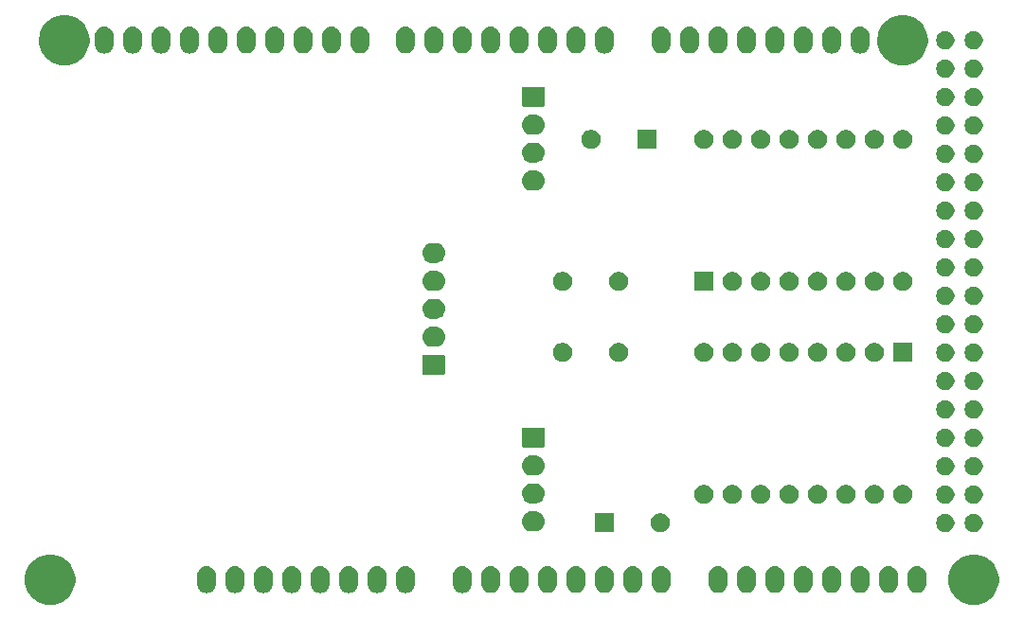
<source format=gbr>
G04 #@! TF.GenerationSoftware,KiCad,Pcbnew,5.1.5-52549c5~84~ubuntu18.04.1*
G04 #@! TF.CreationDate,2019-12-31T14:26:09+01:00*
G04 #@! TF.ProjectId,schema-2.0,73636865-6d61-42d3-922e-302e6b696361,rev?*
G04 #@! TF.SameCoordinates,Original*
G04 #@! TF.FileFunction,Soldermask,Top*
G04 #@! TF.FilePolarity,Negative*
%FSLAX46Y46*%
G04 Gerber Fmt 4.6, Leading zero omitted, Abs format (unit mm)*
G04 Created by KiCad (PCBNEW 5.1.5-52549c5~84~ubuntu18.04.1) date 2019-12-31 14:26:09*
%MOMM*%
%LPD*%
G04 APERTURE LIST*
%ADD10C,0.100000*%
G04 APERTURE END LIST*
D10*
G36*
X176805880Y-112059776D02*
G01*
X177186593Y-112135504D01*
X177596249Y-112305189D01*
X177964929Y-112551534D01*
X178278466Y-112865071D01*
X178524811Y-113233751D01*
X178694496Y-113643407D01*
X178781000Y-114078296D01*
X178781000Y-114521704D01*
X178694496Y-114956593D01*
X178524811Y-115366249D01*
X178278466Y-115734929D01*
X177964929Y-116048466D01*
X177596249Y-116294811D01*
X177186593Y-116464496D01*
X176805880Y-116540224D01*
X176751705Y-116551000D01*
X176308295Y-116551000D01*
X176254120Y-116540224D01*
X175873407Y-116464496D01*
X175463751Y-116294811D01*
X175095071Y-116048466D01*
X174781534Y-115734929D01*
X174535189Y-115366249D01*
X174365504Y-114956593D01*
X174279000Y-114521704D01*
X174279000Y-114078296D01*
X174365504Y-113643407D01*
X174535189Y-113233751D01*
X174781534Y-112865071D01*
X175095071Y-112551534D01*
X175463751Y-112305189D01*
X175873407Y-112135504D01*
X176254120Y-112059776D01*
X176308295Y-112049000D01*
X176751705Y-112049000D01*
X176805880Y-112059776D01*
G37*
G36*
X94255880Y-112059776D02*
G01*
X94636593Y-112135504D01*
X95046249Y-112305189D01*
X95414929Y-112551534D01*
X95728466Y-112865071D01*
X95974811Y-113233751D01*
X96144496Y-113643407D01*
X96231000Y-114078296D01*
X96231000Y-114521704D01*
X96144496Y-114956593D01*
X95974811Y-115366249D01*
X95728466Y-115734929D01*
X95414929Y-116048466D01*
X95046249Y-116294811D01*
X94636593Y-116464496D01*
X94255880Y-116540224D01*
X94201705Y-116551000D01*
X93758295Y-116551000D01*
X93704120Y-116540224D01*
X93323407Y-116464496D01*
X92913751Y-116294811D01*
X92545071Y-116048466D01*
X92231534Y-115734929D01*
X91985189Y-115366249D01*
X91815504Y-114956593D01*
X91729000Y-114521704D01*
X91729000Y-114078296D01*
X91815504Y-113643407D01*
X91985189Y-113233751D01*
X92231534Y-112865071D01*
X92545071Y-112551534D01*
X92913751Y-112305189D01*
X93323407Y-112135504D01*
X93704120Y-112059776D01*
X93758295Y-112049000D01*
X94201705Y-112049000D01*
X94255880Y-112059776D01*
G37*
G36*
X110654352Y-113130831D02*
G01*
X110812396Y-113178773D01*
X110958042Y-113256623D01*
X111085707Y-113361393D01*
X111180054Y-113476357D01*
X111190477Y-113489057D01*
X111226715Y-113556854D01*
X111268328Y-113634705D01*
X111316269Y-113792747D01*
X111328400Y-113915916D01*
X111328400Y-114709483D01*
X111316269Y-114832653D01*
X111268328Y-114990695D01*
X111226715Y-115068546D01*
X111197265Y-115123644D01*
X111190476Y-115136344D01*
X111085707Y-115264007D01*
X110973519Y-115356076D01*
X110958043Y-115368777D01*
X110890246Y-115405015D01*
X110812395Y-115446628D01*
X110654353Y-115494569D01*
X110490000Y-115510756D01*
X110325648Y-115494569D01*
X110167606Y-115446628D01*
X110089755Y-115405015D01*
X110021958Y-115368777D01*
X110006482Y-115356076D01*
X109894294Y-115264007D01*
X109789525Y-115136344D01*
X109782737Y-115123644D01*
X109763574Y-115087793D01*
X109711671Y-114990692D01*
X109663731Y-114832656D01*
X109651600Y-114709484D01*
X109651600Y-113915917D01*
X109663731Y-113792748D01*
X109711673Y-113634704D01*
X109789523Y-113489058D01*
X109894293Y-113361393D01*
X110021956Y-113256624D01*
X110021955Y-113256624D01*
X110021957Y-113256623D01*
X110089754Y-113220385D01*
X110167605Y-113178772D01*
X110325647Y-113130831D01*
X110490000Y-113114644D01*
X110654352Y-113130831D01*
G37*
G36*
X108114352Y-113130831D02*
G01*
X108272396Y-113178773D01*
X108418042Y-113256623D01*
X108545707Y-113361393D01*
X108640054Y-113476357D01*
X108650477Y-113489057D01*
X108686715Y-113556854D01*
X108728328Y-113634705D01*
X108776269Y-113792747D01*
X108788400Y-113915916D01*
X108788400Y-114709483D01*
X108776269Y-114832653D01*
X108728328Y-114990695D01*
X108686715Y-115068546D01*
X108657265Y-115123644D01*
X108650476Y-115136344D01*
X108545707Y-115264007D01*
X108433519Y-115356076D01*
X108418043Y-115368777D01*
X108350246Y-115405015D01*
X108272395Y-115446628D01*
X108114353Y-115494569D01*
X107950000Y-115510756D01*
X107785648Y-115494569D01*
X107627606Y-115446628D01*
X107549755Y-115405015D01*
X107481958Y-115368777D01*
X107466482Y-115356076D01*
X107354294Y-115264007D01*
X107249525Y-115136344D01*
X107242737Y-115123644D01*
X107223574Y-115087793D01*
X107171671Y-114990692D01*
X107123731Y-114832656D01*
X107111600Y-114709484D01*
X107111600Y-113915917D01*
X107123731Y-113792748D01*
X107171673Y-113634704D01*
X107249523Y-113489058D01*
X107354293Y-113361393D01*
X107481956Y-113256624D01*
X107481955Y-113256624D01*
X107481957Y-113256623D01*
X107549754Y-113220385D01*
X107627605Y-113178772D01*
X107785647Y-113130831D01*
X107950000Y-113114644D01*
X108114352Y-113130831D01*
G37*
G36*
X130974352Y-113130831D02*
G01*
X131132396Y-113178773D01*
X131278042Y-113256623D01*
X131405707Y-113361393D01*
X131500054Y-113476357D01*
X131510477Y-113489057D01*
X131546715Y-113556854D01*
X131588328Y-113634705D01*
X131636269Y-113792747D01*
X131648400Y-113915916D01*
X131648400Y-114709483D01*
X131636269Y-114832653D01*
X131588328Y-114990695D01*
X131546715Y-115068546D01*
X131517265Y-115123644D01*
X131510476Y-115136344D01*
X131405707Y-115264007D01*
X131293519Y-115356076D01*
X131278043Y-115368777D01*
X131210246Y-115405015D01*
X131132395Y-115446628D01*
X130974353Y-115494569D01*
X130810000Y-115510756D01*
X130645648Y-115494569D01*
X130487606Y-115446628D01*
X130409755Y-115405015D01*
X130341958Y-115368777D01*
X130326482Y-115356076D01*
X130214294Y-115264007D01*
X130109525Y-115136344D01*
X130102737Y-115123644D01*
X130083574Y-115087793D01*
X130031671Y-114990692D01*
X129983731Y-114832656D01*
X129971600Y-114709484D01*
X129971600Y-113915917D01*
X129983731Y-113792748D01*
X130031673Y-113634704D01*
X130109523Y-113489058D01*
X130214293Y-113361393D01*
X130341956Y-113256624D01*
X130341955Y-113256624D01*
X130341957Y-113256623D01*
X130409754Y-113220385D01*
X130487605Y-113178772D01*
X130645647Y-113130831D01*
X130810000Y-113114644D01*
X130974352Y-113130831D01*
G37*
G36*
X125894352Y-113130831D02*
G01*
X126052396Y-113178773D01*
X126198042Y-113256623D01*
X126325707Y-113361393D01*
X126420054Y-113476357D01*
X126430477Y-113489057D01*
X126466715Y-113556854D01*
X126508328Y-113634705D01*
X126556269Y-113792747D01*
X126568400Y-113915916D01*
X126568400Y-114709483D01*
X126556269Y-114832653D01*
X126508328Y-114990695D01*
X126466715Y-115068546D01*
X126437265Y-115123644D01*
X126430476Y-115136344D01*
X126325707Y-115264007D01*
X126213519Y-115356076D01*
X126198043Y-115368777D01*
X126130246Y-115405015D01*
X126052395Y-115446628D01*
X125894353Y-115494569D01*
X125730000Y-115510756D01*
X125565648Y-115494569D01*
X125407606Y-115446628D01*
X125329755Y-115405015D01*
X125261958Y-115368777D01*
X125246482Y-115356076D01*
X125134294Y-115264007D01*
X125029525Y-115136344D01*
X125022737Y-115123644D01*
X125003574Y-115087793D01*
X124951671Y-114990692D01*
X124903731Y-114832656D01*
X124891600Y-114709484D01*
X124891600Y-113915917D01*
X124903731Y-113792748D01*
X124951673Y-113634704D01*
X125029523Y-113489058D01*
X125134293Y-113361393D01*
X125261956Y-113256624D01*
X125261955Y-113256624D01*
X125261957Y-113256623D01*
X125329754Y-113220385D01*
X125407605Y-113178772D01*
X125565647Y-113130831D01*
X125730000Y-113114644D01*
X125894352Y-113130831D01*
G37*
G36*
X123354352Y-113130831D02*
G01*
X123512396Y-113178773D01*
X123658042Y-113256623D01*
X123785707Y-113361393D01*
X123880054Y-113476357D01*
X123890477Y-113489057D01*
X123926715Y-113556854D01*
X123968328Y-113634705D01*
X124016269Y-113792747D01*
X124028400Y-113915916D01*
X124028400Y-114709483D01*
X124016269Y-114832653D01*
X123968328Y-114990695D01*
X123926715Y-115068546D01*
X123897265Y-115123644D01*
X123890476Y-115136344D01*
X123785707Y-115264007D01*
X123673519Y-115356076D01*
X123658043Y-115368777D01*
X123590246Y-115405015D01*
X123512395Y-115446628D01*
X123354353Y-115494569D01*
X123190000Y-115510756D01*
X123025648Y-115494569D01*
X122867606Y-115446628D01*
X122789755Y-115405015D01*
X122721958Y-115368777D01*
X122706482Y-115356076D01*
X122594294Y-115264007D01*
X122489525Y-115136344D01*
X122482737Y-115123644D01*
X122463574Y-115087793D01*
X122411671Y-114990692D01*
X122363731Y-114832656D01*
X122351600Y-114709484D01*
X122351600Y-113915917D01*
X122363731Y-113792748D01*
X122411673Y-113634704D01*
X122489523Y-113489058D01*
X122594293Y-113361393D01*
X122721956Y-113256624D01*
X122721955Y-113256624D01*
X122721957Y-113256623D01*
X122789754Y-113220385D01*
X122867605Y-113178772D01*
X123025647Y-113130831D01*
X123190000Y-113114644D01*
X123354352Y-113130831D01*
G37*
G36*
X120814352Y-113130831D02*
G01*
X120972396Y-113178773D01*
X121118042Y-113256623D01*
X121245707Y-113361393D01*
X121340054Y-113476357D01*
X121350477Y-113489057D01*
X121386715Y-113556854D01*
X121428328Y-113634705D01*
X121476269Y-113792747D01*
X121488400Y-113915916D01*
X121488400Y-114709483D01*
X121476269Y-114832653D01*
X121428328Y-114990695D01*
X121386715Y-115068546D01*
X121357265Y-115123644D01*
X121350476Y-115136344D01*
X121245707Y-115264007D01*
X121133519Y-115356076D01*
X121118043Y-115368777D01*
X121050246Y-115405015D01*
X120972395Y-115446628D01*
X120814353Y-115494569D01*
X120650000Y-115510756D01*
X120485648Y-115494569D01*
X120327606Y-115446628D01*
X120249755Y-115405015D01*
X120181958Y-115368777D01*
X120166482Y-115356076D01*
X120054294Y-115264007D01*
X119949525Y-115136344D01*
X119942737Y-115123644D01*
X119923574Y-115087793D01*
X119871671Y-114990692D01*
X119823731Y-114832656D01*
X119811600Y-114709484D01*
X119811600Y-113915917D01*
X119823731Y-113792748D01*
X119871673Y-113634704D01*
X119949523Y-113489058D01*
X120054293Y-113361393D01*
X120181956Y-113256624D01*
X120181955Y-113256624D01*
X120181957Y-113256623D01*
X120249754Y-113220385D01*
X120327605Y-113178772D01*
X120485647Y-113130831D01*
X120650000Y-113114644D01*
X120814352Y-113130831D01*
G37*
G36*
X118274352Y-113130831D02*
G01*
X118432396Y-113178773D01*
X118578042Y-113256623D01*
X118705707Y-113361393D01*
X118800054Y-113476357D01*
X118810477Y-113489057D01*
X118846715Y-113556854D01*
X118888328Y-113634705D01*
X118936269Y-113792747D01*
X118948400Y-113915916D01*
X118948400Y-114709483D01*
X118936269Y-114832653D01*
X118888328Y-114990695D01*
X118846715Y-115068546D01*
X118817265Y-115123644D01*
X118810476Y-115136344D01*
X118705707Y-115264007D01*
X118593519Y-115356076D01*
X118578043Y-115368777D01*
X118510246Y-115405015D01*
X118432395Y-115446628D01*
X118274353Y-115494569D01*
X118110000Y-115510756D01*
X117945648Y-115494569D01*
X117787606Y-115446628D01*
X117709755Y-115405015D01*
X117641958Y-115368777D01*
X117626482Y-115356076D01*
X117514294Y-115264007D01*
X117409525Y-115136344D01*
X117402737Y-115123644D01*
X117383574Y-115087793D01*
X117331671Y-114990692D01*
X117283731Y-114832656D01*
X117271600Y-114709484D01*
X117271600Y-113915917D01*
X117283731Y-113792748D01*
X117331673Y-113634704D01*
X117409523Y-113489058D01*
X117514293Y-113361393D01*
X117641956Y-113256624D01*
X117641955Y-113256624D01*
X117641957Y-113256623D01*
X117709754Y-113220385D01*
X117787605Y-113178772D01*
X117945647Y-113130831D01*
X118110000Y-113114644D01*
X118274352Y-113130831D01*
G37*
G36*
X115734352Y-113130831D02*
G01*
X115892396Y-113178773D01*
X116038042Y-113256623D01*
X116165707Y-113361393D01*
X116260054Y-113476357D01*
X116270477Y-113489057D01*
X116306715Y-113556854D01*
X116348328Y-113634705D01*
X116396269Y-113792747D01*
X116408400Y-113915916D01*
X116408400Y-114709483D01*
X116396269Y-114832653D01*
X116348328Y-114990695D01*
X116306715Y-115068546D01*
X116277265Y-115123644D01*
X116270476Y-115136344D01*
X116165707Y-115264007D01*
X116053519Y-115356076D01*
X116038043Y-115368777D01*
X115970246Y-115405015D01*
X115892395Y-115446628D01*
X115734353Y-115494569D01*
X115570000Y-115510756D01*
X115405648Y-115494569D01*
X115247606Y-115446628D01*
X115169755Y-115405015D01*
X115101958Y-115368777D01*
X115086482Y-115356076D01*
X114974294Y-115264007D01*
X114869525Y-115136344D01*
X114862737Y-115123644D01*
X114843574Y-115087793D01*
X114791671Y-114990692D01*
X114743731Y-114832656D01*
X114731600Y-114709484D01*
X114731600Y-113915917D01*
X114743731Y-113792748D01*
X114791673Y-113634704D01*
X114869523Y-113489058D01*
X114974293Y-113361393D01*
X115101956Y-113256624D01*
X115101955Y-113256624D01*
X115101957Y-113256623D01*
X115169754Y-113220385D01*
X115247605Y-113178772D01*
X115405647Y-113130831D01*
X115570000Y-113114644D01*
X115734352Y-113130831D01*
G37*
G36*
X113194352Y-113130831D02*
G01*
X113352396Y-113178773D01*
X113498042Y-113256623D01*
X113625707Y-113361393D01*
X113720054Y-113476357D01*
X113730477Y-113489057D01*
X113766715Y-113556854D01*
X113808328Y-113634705D01*
X113856269Y-113792747D01*
X113868400Y-113915916D01*
X113868400Y-114709483D01*
X113856269Y-114832653D01*
X113808328Y-114990695D01*
X113766715Y-115068546D01*
X113737265Y-115123644D01*
X113730476Y-115136344D01*
X113625707Y-115264007D01*
X113513519Y-115356076D01*
X113498043Y-115368777D01*
X113430246Y-115405015D01*
X113352395Y-115446628D01*
X113194353Y-115494569D01*
X113030000Y-115510756D01*
X112865648Y-115494569D01*
X112707606Y-115446628D01*
X112629755Y-115405015D01*
X112561958Y-115368777D01*
X112546482Y-115356076D01*
X112434294Y-115264007D01*
X112329525Y-115136344D01*
X112322737Y-115123644D01*
X112303574Y-115087793D01*
X112251671Y-114990692D01*
X112203731Y-114832656D01*
X112191600Y-114709484D01*
X112191600Y-113915917D01*
X112203731Y-113792748D01*
X112251673Y-113634704D01*
X112329523Y-113489058D01*
X112434293Y-113361393D01*
X112561956Y-113256624D01*
X112561955Y-113256624D01*
X112561957Y-113256623D01*
X112629754Y-113220385D01*
X112707605Y-113178772D01*
X112865647Y-113130831D01*
X113030000Y-113114644D01*
X113194352Y-113130831D01*
G37*
G36*
X158914352Y-113118131D02*
G01*
X159072396Y-113166073D01*
X159218042Y-113243923D01*
X159345707Y-113348693D01*
X159441083Y-113464910D01*
X159450477Y-113476357D01*
X159486715Y-113544154D01*
X159528328Y-113622005D01*
X159576269Y-113780047D01*
X159588400Y-113903216D01*
X159588400Y-114696783D01*
X159576269Y-114819953D01*
X159528328Y-114977995D01*
X159450476Y-115123644D01*
X159345707Y-115251307D01*
X159229490Y-115346683D01*
X159218043Y-115356077D01*
X159150246Y-115392315D01*
X159072395Y-115433928D01*
X158914353Y-115481869D01*
X158750000Y-115498056D01*
X158585648Y-115481869D01*
X158427606Y-115433928D01*
X158349755Y-115392315D01*
X158281958Y-115356077D01*
X158270511Y-115346683D01*
X158154294Y-115251307D01*
X158049525Y-115123644D01*
X157971671Y-114977992D01*
X157923731Y-114819956D01*
X157911600Y-114696784D01*
X157911600Y-113903217D01*
X157923731Y-113780048D01*
X157967820Y-113634705D01*
X157971672Y-113622007D01*
X157971673Y-113622004D01*
X158049523Y-113476358D01*
X158154293Y-113348693D01*
X158281956Y-113243924D01*
X158281955Y-113243924D01*
X158281957Y-113243923D01*
X158349754Y-113207685D01*
X158427605Y-113166072D01*
X158585647Y-113118131D01*
X158750000Y-113101944D01*
X158914352Y-113118131D01*
G37*
G36*
X136054352Y-113118131D02*
G01*
X136212396Y-113166073D01*
X136358042Y-113243923D01*
X136485707Y-113348693D01*
X136581083Y-113464910D01*
X136590477Y-113476357D01*
X136626715Y-113544154D01*
X136668328Y-113622005D01*
X136716269Y-113780047D01*
X136728400Y-113903216D01*
X136728400Y-114696783D01*
X136716269Y-114819953D01*
X136668328Y-114977995D01*
X136590476Y-115123644D01*
X136485707Y-115251307D01*
X136369490Y-115346683D01*
X136358043Y-115356077D01*
X136290246Y-115392315D01*
X136212395Y-115433928D01*
X136054353Y-115481869D01*
X135890000Y-115498056D01*
X135725648Y-115481869D01*
X135567606Y-115433928D01*
X135489755Y-115392315D01*
X135421958Y-115356077D01*
X135410511Y-115346683D01*
X135294294Y-115251307D01*
X135189525Y-115123644D01*
X135111671Y-114977992D01*
X135063731Y-114819956D01*
X135051600Y-114696784D01*
X135051600Y-113903217D01*
X135063731Y-113780048D01*
X135107820Y-113634705D01*
X135111672Y-113622007D01*
X135111673Y-113622004D01*
X135189523Y-113476358D01*
X135294293Y-113348693D01*
X135421956Y-113243924D01*
X135421955Y-113243924D01*
X135421957Y-113243923D01*
X135489754Y-113207685D01*
X135567605Y-113166072D01*
X135725647Y-113118131D01*
X135890000Y-113101944D01*
X136054352Y-113118131D01*
G37*
G36*
X141134352Y-113118131D02*
G01*
X141292396Y-113166073D01*
X141438042Y-113243923D01*
X141565707Y-113348693D01*
X141661083Y-113464910D01*
X141670477Y-113476357D01*
X141706715Y-113544154D01*
X141748328Y-113622005D01*
X141796269Y-113780047D01*
X141808400Y-113903216D01*
X141808400Y-114696783D01*
X141796269Y-114819953D01*
X141748328Y-114977995D01*
X141670476Y-115123644D01*
X141565707Y-115251307D01*
X141449490Y-115346683D01*
X141438043Y-115356077D01*
X141370246Y-115392315D01*
X141292395Y-115433928D01*
X141134353Y-115481869D01*
X140970000Y-115498056D01*
X140805648Y-115481869D01*
X140647606Y-115433928D01*
X140569755Y-115392315D01*
X140501958Y-115356077D01*
X140490511Y-115346683D01*
X140374294Y-115251307D01*
X140269525Y-115123644D01*
X140191671Y-114977992D01*
X140143731Y-114819956D01*
X140131600Y-114696784D01*
X140131600Y-113903217D01*
X140143731Y-113780048D01*
X140187820Y-113634705D01*
X140191672Y-113622007D01*
X140191673Y-113622004D01*
X140269523Y-113476358D01*
X140374293Y-113348693D01*
X140501956Y-113243924D01*
X140501955Y-113243924D01*
X140501957Y-113243923D01*
X140569754Y-113207685D01*
X140647605Y-113166072D01*
X140805647Y-113118131D01*
X140970000Y-113101944D01*
X141134352Y-113118131D01*
G37*
G36*
X143674352Y-113118131D02*
G01*
X143832396Y-113166073D01*
X143978042Y-113243923D01*
X144105707Y-113348693D01*
X144201083Y-113464910D01*
X144210477Y-113476357D01*
X144246715Y-113544154D01*
X144288328Y-113622005D01*
X144336269Y-113780047D01*
X144348400Y-113903216D01*
X144348400Y-114696783D01*
X144336269Y-114819953D01*
X144288328Y-114977995D01*
X144210476Y-115123644D01*
X144105707Y-115251307D01*
X143989490Y-115346683D01*
X143978043Y-115356077D01*
X143910246Y-115392315D01*
X143832395Y-115433928D01*
X143674353Y-115481869D01*
X143510000Y-115498056D01*
X143345648Y-115481869D01*
X143187606Y-115433928D01*
X143109755Y-115392315D01*
X143041958Y-115356077D01*
X143030511Y-115346683D01*
X142914294Y-115251307D01*
X142809525Y-115123644D01*
X142731671Y-114977992D01*
X142683731Y-114819956D01*
X142671600Y-114696784D01*
X142671600Y-113903217D01*
X142683731Y-113780048D01*
X142727820Y-113634705D01*
X142731672Y-113622007D01*
X142731673Y-113622004D01*
X142809523Y-113476358D01*
X142914293Y-113348693D01*
X143041956Y-113243924D01*
X143041955Y-113243924D01*
X143041957Y-113243923D01*
X143109754Y-113207685D01*
X143187605Y-113166072D01*
X143345647Y-113118131D01*
X143510000Y-113101944D01*
X143674352Y-113118131D01*
G37*
G36*
X146214352Y-113118131D02*
G01*
X146372396Y-113166073D01*
X146518042Y-113243923D01*
X146645707Y-113348693D01*
X146741083Y-113464910D01*
X146750477Y-113476357D01*
X146786715Y-113544154D01*
X146828328Y-113622005D01*
X146876269Y-113780047D01*
X146888400Y-113903216D01*
X146888400Y-114696783D01*
X146876269Y-114819953D01*
X146828328Y-114977995D01*
X146750476Y-115123644D01*
X146645707Y-115251307D01*
X146529490Y-115346683D01*
X146518043Y-115356077D01*
X146450246Y-115392315D01*
X146372395Y-115433928D01*
X146214353Y-115481869D01*
X146050000Y-115498056D01*
X145885648Y-115481869D01*
X145727606Y-115433928D01*
X145649755Y-115392315D01*
X145581958Y-115356077D01*
X145570511Y-115346683D01*
X145454294Y-115251307D01*
X145349525Y-115123644D01*
X145271671Y-114977992D01*
X145223731Y-114819956D01*
X145211600Y-114696784D01*
X145211600Y-113903217D01*
X145223731Y-113780048D01*
X145267820Y-113634705D01*
X145271672Y-113622007D01*
X145271673Y-113622004D01*
X145349523Y-113476358D01*
X145454293Y-113348693D01*
X145581956Y-113243924D01*
X145581955Y-113243924D01*
X145581957Y-113243923D01*
X145649754Y-113207685D01*
X145727605Y-113166072D01*
X145885647Y-113118131D01*
X146050000Y-113101944D01*
X146214352Y-113118131D01*
G37*
G36*
X148754352Y-113118131D02*
G01*
X148912396Y-113166073D01*
X149058042Y-113243923D01*
X149185707Y-113348693D01*
X149281083Y-113464910D01*
X149290477Y-113476357D01*
X149326715Y-113544154D01*
X149368328Y-113622005D01*
X149416269Y-113780047D01*
X149428400Y-113903216D01*
X149428400Y-114696783D01*
X149416269Y-114819953D01*
X149368328Y-114977995D01*
X149290476Y-115123644D01*
X149185707Y-115251307D01*
X149069490Y-115346683D01*
X149058043Y-115356077D01*
X148990246Y-115392315D01*
X148912395Y-115433928D01*
X148754353Y-115481869D01*
X148590000Y-115498056D01*
X148425648Y-115481869D01*
X148267606Y-115433928D01*
X148189755Y-115392315D01*
X148121958Y-115356077D01*
X148110511Y-115346683D01*
X147994294Y-115251307D01*
X147889525Y-115123644D01*
X147811671Y-114977992D01*
X147763731Y-114819956D01*
X147751600Y-114696784D01*
X147751600Y-113903217D01*
X147763731Y-113780048D01*
X147807820Y-113634705D01*
X147811672Y-113622007D01*
X147811673Y-113622004D01*
X147889523Y-113476358D01*
X147994293Y-113348693D01*
X148121956Y-113243924D01*
X148121955Y-113243924D01*
X148121957Y-113243923D01*
X148189754Y-113207685D01*
X148267605Y-113166072D01*
X148425647Y-113118131D01*
X148590000Y-113101944D01*
X148754352Y-113118131D01*
G37*
G36*
X153834352Y-113118131D02*
G01*
X153992396Y-113166073D01*
X154138042Y-113243923D01*
X154265707Y-113348693D01*
X154361083Y-113464910D01*
X154370477Y-113476357D01*
X154406715Y-113544154D01*
X154448328Y-113622005D01*
X154496269Y-113780047D01*
X154508400Y-113903216D01*
X154508400Y-114696783D01*
X154496269Y-114819953D01*
X154448328Y-114977995D01*
X154370476Y-115123644D01*
X154265707Y-115251307D01*
X154149490Y-115346683D01*
X154138043Y-115356077D01*
X154070246Y-115392315D01*
X153992395Y-115433928D01*
X153834353Y-115481869D01*
X153670000Y-115498056D01*
X153505648Y-115481869D01*
X153347606Y-115433928D01*
X153269755Y-115392315D01*
X153201958Y-115356077D01*
X153190511Y-115346683D01*
X153074294Y-115251307D01*
X152969525Y-115123644D01*
X152891671Y-114977992D01*
X152843731Y-114819956D01*
X152831600Y-114696784D01*
X152831600Y-113903217D01*
X152843731Y-113780048D01*
X152887820Y-113634705D01*
X152891672Y-113622007D01*
X152891673Y-113622004D01*
X152969523Y-113476358D01*
X153074293Y-113348693D01*
X153201956Y-113243924D01*
X153201955Y-113243924D01*
X153201957Y-113243923D01*
X153269754Y-113207685D01*
X153347605Y-113166072D01*
X153505647Y-113118131D01*
X153670000Y-113101944D01*
X153834352Y-113118131D01*
G37*
G36*
X156374352Y-113118131D02*
G01*
X156532396Y-113166073D01*
X156678042Y-113243923D01*
X156805707Y-113348693D01*
X156901083Y-113464910D01*
X156910477Y-113476357D01*
X156946715Y-113544154D01*
X156988328Y-113622005D01*
X157036269Y-113780047D01*
X157048400Y-113903216D01*
X157048400Y-114696783D01*
X157036269Y-114819953D01*
X156988328Y-114977995D01*
X156910476Y-115123644D01*
X156805707Y-115251307D01*
X156689490Y-115346683D01*
X156678043Y-115356077D01*
X156610246Y-115392315D01*
X156532395Y-115433928D01*
X156374353Y-115481869D01*
X156210000Y-115498056D01*
X156045648Y-115481869D01*
X155887606Y-115433928D01*
X155809755Y-115392315D01*
X155741958Y-115356077D01*
X155730511Y-115346683D01*
X155614294Y-115251307D01*
X155509525Y-115123644D01*
X155431671Y-114977992D01*
X155383731Y-114819956D01*
X155371600Y-114696784D01*
X155371600Y-113903217D01*
X155383731Y-113780048D01*
X155427820Y-113634705D01*
X155431672Y-113622007D01*
X155431673Y-113622004D01*
X155509523Y-113476358D01*
X155614293Y-113348693D01*
X155741956Y-113243924D01*
X155741955Y-113243924D01*
X155741957Y-113243923D01*
X155809754Y-113207685D01*
X155887605Y-113166072D01*
X156045647Y-113118131D01*
X156210000Y-113101944D01*
X156374352Y-113118131D01*
G37*
G36*
X161454352Y-113118131D02*
G01*
X161612396Y-113166073D01*
X161758042Y-113243923D01*
X161885707Y-113348693D01*
X161981083Y-113464910D01*
X161990477Y-113476357D01*
X162026715Y-113544154D01*
X162068328Y-113622005D01*
X162116269Y-113780047D01*
X162128400Y-113903216D01*
X162128400Y-114696783D01*
X162116269Y-114819953D01*
X162068328Y-114977995D01*
X161990476Y-115123644D01*
X161885707Y-115251307D01*
X161769490Y-115346683D01*
X161758043Y-115356077D01*
X161690246Y-115392315D01*
X161612395Y-115433928D01*
X161454353Y-115481869D01*
X161290000Y-115498056D01*
X161125648Y-115481869D01*
X160967606Y-115433928D01*
X160889755Y-115392315D01*
X160821958Y-115356077D01*
X160810511Y-115346683D01*
X160694294Y-115251307D01*
X160589525Y-115123644D01*
X160511671Y-114977992D01*
X160463731Y-114819956D01*
X160451600Y-114696784D01*
X160451600Y-113903217D01*
X160463731Y-113780048D01*
X160507820Y-113634705D01*
X160511672Y-113622007D01*
X160511673Y-113622004D01*
X160589523Y-113476358D01*
X160694293Y-113348693D01*
X160821956Y-113243924D01*
X160821955Y-113243924D01*
X160821957Y-113243923D01*
X160889754Y-113207685D01*
X160967605Y-113166072D01*
X161125647Y-113118131D01*
X161290000Y-113101944D01*
X161454352Y-113118131D01*
G37*
G36*
X163994352Y-113118131D02*
G01*
X164152396Y-113166073D01*
X164298042Y-113243923D01*
X164425707Y-113348693D01*
X164521083Y-113464910D01*
X164530477Y-113476357D01*
X164566715Y-113544154D01*
X164608328Y-113622005D01*
X164656269Y-113780047D01*
X164668400Y-113903216D01*
X164668400Y-114696783D01*
X164656269Y-114819953D01*
X164608328Y-114977995D01*
X164530476Y-115123644D01*
X164425707Y-115251307D01*
X164309490Y-115346683D01*
X164298043Y-115356077D01*
X164230246Y-115392315D01*
X164152395Y-115433928D01*
X163994353Y-115481869D01*
X163830000Y-115498056D01*
X163665648Y-115481869D01*
X163507606Y-115433928D01*
X163429755Y-115392315D01*
X163361958Y-115356077D01*
X163350511Y-115346683D01*
X163234294Y-115251307D01*
X163129525Y-115123644D01*
X163051671Y-114977992D01*
X163003731Y-114819956D01*
X162991600Y-114696784D01*
X162991600Y-113903217D01*
X163003731Y-113780048D01*
X163047820Y-113634705D01*
X163051672Y-113622007D01*
X163051673Y-113622004D01*
X163129523Y-113476358D01*
X163234293Y-113348693D01*
X163361956Y-113243924D01*
X163361955Y-113243924D01*
X163361957Y-113243923D01*
X163429754Y-113207685D01*
X163507605Y-113166072D01*
X163665647Y-113118131D01*
X163830000Y-113101944D01*
X163994352Y-113118131D01*
G37*
G36*
X166534352Y-113118131D02*
G01*
X166692396Y-113166073D01*
X166838042Y-113243923D01*
X166965707Y-113348693D01*
X167061083Y-113464910D01*
X167070477Y-113476357D01*
X167106715Y-113544154D01*
X167148328Y-113622005D01*
X167196269Y-113780047D01*
X167208400Y-113903216D01*
X167208400Y-114696783D01*
X167196269Y-114819953D01*
X167148328Y-114977995D01*
X167070476Y-115123644D01*
X166965707Y-115251307D01*
X166849490Y-115346683D01*
X166838043Y-115356077D01*
X166770246Y-115392315D01*
X166692395Y-115433928D01*
X166534353Y-115481869D01*
X166370000Y-115498056D01*
X166205648Y-115481869D01*
X166047606Y-115433928D01*
X165969755Y-115392315D01*
X165901958Y-115356077D01*
X165890511Y-115346683D01*
X165774294Y-115251307D01*
X165669525Y-115123644D01*
X165591671Y-114977992D01*
X165543731Y-114819956D01*
X165531600Y-114696784D01*
X165531600Y-113903217D01*
X165543731Y-113780048D01*
X165587820Y-113634705D01*
X165591672Y-113622007D01*
X165591673Y-113622004D01*
X165669523Y-113476358D01*
X165774293Y-113348693D01*
X165901956Y-113243924D01*
X165901955Y-113243924D01*
X165901957Y-113243923D01*
X165969754Y-113207685D01*
X166047605Y-113166072D01*
X166205647Y-113118131D01*
X166370000Y-113101944D01*
X166534352Y-113118131D01*
G37*
G36*
X169074352Y-113118131D02*
G01*
X169232396Y-113166073D01*
X169378042Y-113243923D01*
X169505707Y-113348693D01*
X169601083Y-113464910D01*
X169610477Y-113476357D01*
X169646715Y-113544154D01*
X169688328Y-113622005D01*
X169736269Y-113780047D01*
X169748400Y-113903216D01*
X169748400Y-114696783D01*
X169736269Y-114819953D01*
X169688328Y-114977995D01*
X169610476Y-115123644D01*
X169505707Y-115251307D01*
X169389490Y-115346683D01*
X169378043Y-115356077D01*
X169310246Y-115392315D01*
X169232395Y-115433928D01*
X169074353Y-115481869D01*
X168910000Y-115498056D01*
X168745648Y-115481869D01*
X168587606Y-115433928D01*
X168509755Y-115392315D01*
X168441958Y-115356077D01*
X168430511Y-115346683D01*
X168314294Y-115251307D01*
X168209525Y-115123644D01*
X168131671Y-114977992D01*
X168083731Y-114819956D01*
X168071600Y-114696784D01*
X168071600Y-113903217D01*
X168083731Y-113780048D01*
X168127820Y-113634705D01*
X168131672Y-113622007D01*
X168131673Y-113622004D01*
X168209523Y-113476358D01*
X168314293Y-113348693D01*
X168441956Y-113243924D01*
X168441955Y-113243924D01*
X168441957Y-113243923D01*
X168509754Y-113207685D01*
X168587605Y-113166072D01*
X168745647Y-113118131D01*
X168910000Y-113101944D01*
X169074352Y-113118131D01*
G37*
G36*
X171614352Y-113118131D02*
G01*
X171772396Y-113166073D01*
X171918042Y-113243923D01*
X172045707Y-113348693D01*
X172141083Y-113464910D01*
X172150477Y-113476357D01*
X172186715Y-113544154D01*
X172228328Y-113622005D01*
X172276269Y-113780047D01*
X172288400Y-113903216D01*
X172288400Y-114696783D01*
X172276269Y-114819953D01*
X172228328Y-114977995D01*
X172150476Y-115123644D01*
X172045707Y-115251307D01*
X171929490Y-115346683D01*
X171918043Y-115356077D01*
X171850246Y-115392315D01*
X171772395Y-115433928D01*
X171614353Y-115481869D01*
X171450000Y-115498056D01*
X171285648Y-115481869D01*
X171127606Y-115433928D01*
X171049755Y-115392315D01*
X170981958Y-115356077D01*
X170970511Y-115346683D01*
X170854294Y-115251307D01*
X170749525Y-115123644D01*
X170671671Y-114977992D01*
X170623731Y-114819956D01*
X170611600Y-114696784D01*
X170611600Y-113903217D01*
X170623731Y-113780048D01*
X170667820Y-113634705D01*
X170671672Y-113622007D01*
X170671673Y-113622004D01*
X170749523Y-113476358D01*
X170854293Y-113348693D01*
X170981956Y-113243924D01*
X170981955Y-113243924D01*
X170981957Y-113243923D01*
X171049754Y-113207685D01*
X171127605Y-113166072D01*
X171285647Y-113118131D01*
X171450000Y-113101944D01*
X171614352Y-113118131D01*
G37*
G36*
X138594352Y-113118131D02*
G01*
X138752396Y-113166073D01*
X138898042Y-113243923D01*
X139025707Y-113348693D01*
X139121083Y-113464910D01*
X139130477Y-113476357D01*
X139166715Y-113544154D01*
X139208328Y-113622005D01*
X139256269Y-113780047D01*
X139268400Y-113903216D01*
X139268400Y-114696783D01*
X139256269Y-114819953D01*
X139208328Y-114977995D01*
X139130476Y-115123644D01*
X139025707Y-115251307D01*
X138909490Y-115346683D01*
X138898043Y-115356077D01*
X138830246Y-115392315D01*
X138752395Y-115433928D01*
X138594353Y-115481869D01*
X138430000Y-115498056D01*
X138265648Y-115481869D01*
X138107606Y-115433928D01*
X138029755Y-115392315D01*
X137961958Y-115356077D01*
X137950511Y-115346683D01*
X137834294Y-115251307D01*
X137729525Y-115123644D01*
X137651671Y-114977992D01*
X137603731Y-114819956D01*
X137591600Y-114696784D01*
X137591600Y-113903217D01*
X137603731Y-113780048D01*
X137647820Y-113634705D01*
X137651672Y-113622007D01*
X137651673Y-113622004D01*
X137729523Y-113476358D01*
X137834293Y-113348693D01*
X137961956Y-113243924D01*
X137961955Y-113243924D01*
X137961957Y-113243923D01*
X138029754Y-113207685D01*
X138107605Y-113166072D01*
X138265647Y-113118131D01*
X138430000Y-113101944D01*
X138594352Y-113118131D01*
G37*
G36*
X133514352Y-113118131D02*
G01*
X133672396Y-113166073D01*
X133818042Y-113243923D01*
X133945707Y-113348693D01*
X134041083Y-113464910D01*
X134050477Y-113476357D01*
X134086715Y-113544154D01*
X134128328Y-113622005D01*
X134176269Y-113780047D01*
X134188400Y-113903216D01*
X134188400Y-114696783D01*
X134176269Y-114819953D01*
X134128328Y-114977995D01*
X134050476Y-115123644D01*
X133945707Y-115251307D01*
X133829490Y-115346683D01*
X133818043Y-115356077D01*
X133750246Y-115392315D01*
X133672395Y-115433928D01*
X133514353Y-115481869D01*
X133350000Y-115498056D01*
X133185648Y-115481869D01*
X133027606Y-115433928D01*
X132949755Y-115392315D01*
X132881958Y-115356077D01*
X132870511Y-115346683D01*
X132754294Y-115251307D01*
X132649525Y-115123644D01*
X132571671Y-114977992D01*
X132523731Y-114819956D01*
X132511600Y-114696784D01*
X132511600Y-113903217D01*
X132523731Y-113780048D01*
X132567820Y-113634705D01*
X132571672Y-113622007D01*
X132571673Y-113622004D01*
X132649523Y-113476358D01*
X132754293Y-113348693D01*
X132881956Y-113243924D01*
X132881955Y-113243924D01*
X132881957Y-113243923D01*
X132949754Y-113207685D01*
X133027605Y-113166072D01*
X133185647Y-113118131D01*
X133350000Y-113101944D01*
X133514352Y-113118131D01*
G37*
G36*
X148758228Y-108401703D02*
G01*
X148913100Y-108465853D01*
X149052481Y-108558985D01*
X149171015Y-108677519D01*
X149264147Y-108816900D01*
X149328297Y-108971772D01*
X149361000Y-109136184D01*
X149361000Y-109303816D01*
X149328297Y-109468228D01*
X149264147Y-109623100D01*
X149171015Y-109762481D01*
X149052481Y-109881015D01*
X148913100Y-109974147D01*
X148758228Y-110038297D01*
X148593816Y-110071000D01*
X148426184Y-110071000D01*
X148261772Y-110038297D01*
X148106900Y-109974147D01*
X147967519Y-109881015D01*
X147848985Y-109762481D01*
X147755853Y-109623100D01*
X147691703Y-109468228D01*
X147659000Y-109303816D01*
X147659000Y-109136184D01*
X147691703Y-108971772D01*
X147755853Y-108816900D01*
X147848985Y-108677519D01*
X147967519Y-108558985D01*
X148106900Y-108465853D01*
X148261772Y-108401703D01*
X148426184Y-108369000D01*
X148593816Y-108369000D01*
X148758228Y-108401703D01*
G37*
G36*
X144361000Y-110071000D02*
G01*
X142659000Y-110071000D01*
X142659000Y-108369000D01*
X144361000Y-108369000D01*
X144361000Y-110071000D01*
G37*
G36*
X176767142Y-108450942D02*
G01*
X176915101Y-108512229D01*
X177048255Y-108601199D01*
X177161501Y-108714445D01*
X177250471Y-108847599D01*
X177311758Y-108995558D01*
X177343000Y-109152625D01*
X177343000Y-109312775D01*
X177311758Y-109469842D01*
X177250471Y-109617801D01*
X177161501Y-109750955D01*
X177048255Y-109864201D01*
X176915101Y-109953171D01*
X176767142Y-110014458D01*
X176610075Y-110045700D01*
X176449925Y-110045700D01*
X176292858Y-110014458D01*
X176144899Y-109953171D01*
X176011745Y-109864201D01*
X175898499Y-109750955D01*
X175809529Y-109617801D01*
X175748242Y-109469842D01*
X175717000Y-109312775D01*
X175717000Y-109152625D01*
X175748242Y-108995558D01*
X175809529Y-108847599D01*
X175898499Y-108714445D01*
X176011745Y-108601199D01*
X176144899Y-108512229D01*
X176292858Y-108450942D01*
X176449925Y-108419700D01*
X176610075Y-108419700D01*
X176767142Y-108450942D01*
G37*
G36*
X174227142Y-108450942D02*
G01*
X174375101Y-108512229D01*
X174508255Y-108601199D01*
X174621501Y-108714445D01*
X174710471Y-108847599D01*
X174771758Y-108995558D01*
X174803000Y-109152625D01*
X174803000Y-109312775D01*
X174771758Y-109469842D01*
X174710471Y-109617801D01*
X174621501Y-109750955D01*
X174508255Y-109864201D01*
X174375101Y-109953171D01*
X174227142Y-110014458D01*
X174070075Y-110045700D01*
X173909925Y-110045700D01*
X173752858Y-110014458D01*
X173604899Y-109953171D01*
X173471745Y-109864201D01*
X173358499Y-109750955D01*
X173269529Y-109617801D01*
X173208242Y-109469842D01*
X173177000Y-109312775D01*
X173177000Y-109152625D01*
X173208242Y-108995558D01*
X173269529Y-108847599D01*
X173358499Y-108714445D01*
X173471745Y-108601199D01*
X173604899Y-108512229D01*
X173752858Y-108450942D01*
X173909925Y-108419700D01*
X174070075Y-108419700D01*
X174227142Y-108450942D01*
G37*
G36*
X137395443Y-108205519D02*
G01*
X137461627Y-108212037D01*
X137631466Y-108263557D01*
X137787991Y-108347222D01*
X137814527Y-108369000D01*
X137925186Y-108459814D01*
X138006572Y-108558985D01*
X138037778Y-108597009D01*
X138121443Y-108753534D01*
X138172963Y-108923373D01*
X138190359Y-109100000D01*
X138172963Y-109276627D01*
X138121443Y-109446466D01*
X138037778Y-109602991D01*
X138021277Y-109623097D01*
X137925186Y-109740186D01*
X137823729Y-109823448D01*
X137787991Y-109852778D01*
X137631466Y-109936443D01*
X137461627Y-109987963D01*
X137395442Y-109994482D01*
X137329260Y-110001000D01*
X136990740Y-110001000D01*
X136924558Y-109994482D01*
X136858373Y-109987963D01*
X136688534Y-109936443D01*
X136532009Y-109852778D01*
X136496271Y-109823448D01*
X136394814Y-109740186D01*
X136298723Y-109623097D01*
X136282222Y-109602991D01*
X136198557Y-109446466D01*
X136147037Y-109276627D01*
X136129641Y-109100000D01*
X136147037Y-108923373D01*
X136198557Y-108753534D01*
X136282222Y-108597009D01*
X136313428Y-108558985D01*
X136394814Y-108459814D01*
X136505473Y-108369000D01*
X136532009Y-108347222D01*
X136688534Y-108263557D01*
X136858373Y-108212037D01*
X136924557Y-108205519D01*
X136990740Y-108199000D01*
X137329260Y-108199000D01*
X137395443Y-108205519D01*
G37*
G36*
X165348228Y-105861703D02*
G01*
X165503100Y-105925853D01*
X165642481Y-106018985D01*
X165761015Y-106137519D01*
X165854147Y-106276900D01*
X165918297Y-106431772D01*
X165951000Y-106596184D01*
X165951000Y-106763816D01*
X165918297Y-106928228D01*
X165854147Y-107083100D01*
X165761015Y-107222481D01*
X165642481Y-107341015D01*
X165503100Y-107434147D01*
X165348228Y-107498297D01*
X165183816Y-107531000D01*
X165016184Y-107531000D01*
X164851772Y-107498297D01*
X164696900Y-107434147D01*
X164557519Y-107341015D01*
X164438985Y-107222481D01*
X164345853Y-107083100D01*
X164281703Y-106928228D01*
X164249000Y-106763816D01*
X164249000Y-106596184D01*
X164281703Y-106431772D01*
X164345853Y-106276900D01*
X164438985Y-106137519D01*
X164557519Y-106018985D01*
X164696900Y-105925853D01*
X164851772Y-105861703D01*
X165016184Y-105829000D01*
X165183816Y-105829000D01*
X165348228Y-105861703D01*
G37*
G36*
X167888228Y-105861703D02*
G01*
X168043100Y-105925853D01*
X168182481Y-106018985D01*
X168301015Y-106137519D01*
X168394147Y-106276900D01*
X168458297Y-106431772D01*
X168491000Y-106596184D01*
X168491000Y-106763816D01*
X168458297Y-106928228D01*
X168394147Y-107083100D01*
X168301015Y-107222481D01*
X168182481Y-107341015D01*
X168043100Y-107434147D01*
X167888228Y-107498297D01*
X167723816Y-107531000D01*
X167556184Y-107531000D01*
X167391772Y-107498297D01*
X167236900Y-107434147D01*
X167097519Y-107341015D01*
X166978985Y-107222481D01*
X166885853Y-107083100D01*
X166821703Y-106928228D01*
X166789000Y-106763816D01*
X166789000Y-106596184D01*
X166821703Y-106431772D01*
X166885853Y-106276900D01*
X166978985Y-106137519D01*
X167097519Y-106018985D01*
X167236900Y-105925853D01*
X167391772Y-105861703D01*
X167556184Y-105829000D01*
X167723816Y-105829000D01*
X167888228Y-105861703D01*
G37*
G36*
X162808228Y-105861703D02*
G01*
X162963100Y-105925853D01*
X163102481Y-106018985D01*
X163221015Y-106137519D01*
X163314147Y-106276900D01*
X163378297Y-106431772D01*
X163411000Y-106596184D01*
X163411000Y-106763816D01*
X163378297Y-106928228D01*
X163314147Y-107083100D01*
X163221015Y-107222481D01*
X163102481Y-107341015D01*
X162963100Y-107434147D01*
X162808228Y-107498297D01*
X162643816Y-107531000D01*
X162476184Y-107531000D01*
X162311772Y-107498297D01*
X162156900Y-107434147D01*
X162017519Y-107341015D01*
X161898985Y-107222481D01*
X161805853Y-107083100D01*
X161741703Y-106928228D01*
X161709000Y-106763816D01*
X161709000Y-106596184D01*
X161741703Y-106431772D01*
X161805853Y-106276900D01*
X161898985Y-106137519D01*
X162017519Y-106018985D01*
X162156900Y-105925853D01*
X162311772Y-105861703D01*
X162476184Y-105829000D01*
X162643816Y-105829000D01*
X162808228Y-105861703D01*
G37*
G36*
X160268228Y-105861703D02*
G01*
X160423100Y-105925853D01*
X160562481Y-106018985D01*
X160681015Y-106137519D01*
X160774147Y-106276900D01*
X160838297Y-106431772D01*
X160871000Y-106596184D01*
X160871000Y-106763816D01*
X160838297Y-106928228D01*
X160774147Y-107083100D01*
X160681015Y-107222481D01*
X160562481Y-107341015D01*
X160423100Y-107434147D01*
X160268228Y-107498297D01*
X160103816Y-107531000D01*
X159936184Y-107531000D01*
X159771772Y-107498297D01*
X159616900Y-107434147D01*
X159477519Y-107341015D01*
X159358985Y-107222481D01*
X159265853Y-107083100D01*
X159201703Y-106928228D01*
X159169000Y-106763816D01*
X159169000Y-106596184D01*
X159201703Y-106431772D01*
X159265853Y-106276900D01*
X159358985Y-106137519D01*
X159477519Y-106018985D01*
X159616900Y-105925853D01*
X159771772Y-105861703D01*
X159936184Y-105829000D01*
X160103816Y-105829000D01*
X160268228Y-105861703D01*
G37*
G36*
X155188228Y-105861703D02*
G01*
X155343100Y-105925853D01*
X155482481Y-106018985D01*
X155601015Y-106137519D01*
X155694147Y-106276900D01*
X155758297Y-106431772D01*
X155791000Y-106596184D01*
X155791000Y-106763816D01*
X155758297Y-106928228D01*
X155694147Y-107083100D01*
X155601015Y-107222481D01*
X155482481Y-107341015D01*
X155343100Y-107434147D01*
X155188228Y-107498297D01*
X155023816Y-107531000D01*
X154856184Y-107531000D01*
X154691772Y-107498297D01*
X154536900Y-107434147D01*
X154397519Y-107341015D01*
X154278985Y-107222481D01*
X154185853Y-107083100D01*
X154121703Y-106928228D01*
X154089000Y-106763816D01*
X154089000Y-106596184D01*
X154121703Y-106431772D01*
X154185853Y-106276900D01*
X154278985Y-106137519D01*
X154397519Y-106018985D01*
X154536900Y-105925853D01*
X154691772Y-105861703D01*
X154856184Y-105829000D01*
X155023816Y-105829000D01*
X155188228Y-105861703D01*
G37*
G36*
X152648228Y-105861703D02*
G01*
X152803100Y-105925853D01*
X152942481Y-106018985D01*
X153061015Y-106137519D01*
X153154147Y-106276900D01*
X153218297Y-106431772D01*
X153251000Y-106596184D01*
X153251000Y-106763816D01*
X153218297Y-106928228D01*
X153154147Y-107083100D01*
X153061015Y-107222481D01*
X152942481Y-107341015D01*
X152803100Y-107434147D01*
X152648228Y-107498297D01*
X152483816Y-107531000D01*
X152316184Y-107531000D01*
X152151772Y-107498297D01*
X151996900Y-107434147D01*
X151857519Y-107341015D01*
X151738985Y-107222481D01*
X151645853Y-107083100D01*
X151581703Y-106928228D01*
X151549000Y-106763816D01*
X151549000Y-106596184D01*
X151581703Y-106431772D01*
X151645853Y-106276900D01*
X151738985Y-106137519D01*
X151857519Y-106018985D01*
X151996900Y-105925853D01*
X152151772Y-105861703D01*
X152316184Y-105829000D01*
X152483816Y-105829000D01*
X152648228Y-105861703D01*
G37*
G36*
X170428228Y-105861703D02*
G01*
X170583100Y-105925853D01*
X170722481Y-106018985D01*
X170841015Y-106137519D01*
X170934147Y-106276900D01*
X170998297Y-106431772D01*
X171031000Y-106596184D01*
X171031000Y-106763816D01*
X170998297Y-106928228D01*
X170934147Y-107083100D01*
X170841015Y-107222481D01*
X170722481Y-107341015D01*
X170583100Y-107434147D01*
X170428228Y-107498297D01*
X170263816Y-107531000D01*
X170096184Y-107531000D01*
X169931772Y-107498297D01*
X169776900Y-107434147D01*
X169637519Y-107341015D01*
X169518985Y-107222481D01*
X169425853Y-107083100D01*
X169361703Y-106928228D01*
X169329000Y-106763816D01*
X169329000Y-106596184D01*
X169361703Y-106431772D01*
X169425853Y-106276900D01*
X169518985Y-106137519D01*
X169637519Y-106018985D01*
X169776900Y-105925853D01*
X169931772Y-105861703D01*
X170096184Y-105829000D01*
X170263816Y-105829000D01*
X170428228Y-105861703D01*
G37*
G36*
X157728228Y-105861703D02*
G01*
X157883100Y-105925853D01*
X158022481Y-106018985D01*
X158141015Y-106137519D01*
X158234147Y-106276900D01*
X158298297Y-106431772D01*
X158331000Y-106596184D01*
X158331000Y-106763816D01*
X158298297Y-106928228D01*
X158234147Y-107083100D01*
X158141015Y-107222481D01*
X158022481Y-107341015D01*
X157883100Y-107434147D01*
X157728228Y-107498297D01*
X157563816Y-107531000D01*
X157396184Y-107531000D01*
X157231772Y-107498297D01*
X157076900Y-107434147D01*
X156937519Y-107341015D01*
X156818985Y-107222481D01*
X156725853Y-107083100D01*
X156661703Y-106928228D01*
X156629000Y-106763816D01*
X156629000Y-106596184D01*
X156661703Y-106431772D01*
X156725853Y-106276900D01*
X156818985Y-106137519D01*
X156937519Y-106018985D01*
X157076900Y-105925853D01*
X157231772Y-105861703D01*
X157396184Y-105829000D01*
X157563816Y-105829000D01*
X157728228Y-105861703D01*
G37*
G36*
X176767142Y-105910942D02*
G01*
X176915101Y-105972229D01*
X177048255Y-106061199D01*
X177161501Y-106174445D01*
X177250471Y-106307599D01*
X177311758Y-106455558D01*
X177343000Y-106612625D01*
X177343000Y-106772775D01*
X177311758Y-106929842D01*
X177250471Y-107077801D01*
X177161501Y-107210955D01*
X177048255Y-107324201D01*
X176915101Y-107413171D01*
X176767142Y-107474458D01*
X176610075Y-107505700D01*
X176449925Y-107505700D01*
X176292858Y-107474458D01*
X176144899Y-107413171D01*
X176011745Y-107324201D01*
X175898499Y-107210955D01*
X175809529Y-107077801D01*
X175748242Y-106929842D01*
X175717000Y-106772775D01*
X175717000Y-106612625D01*
X175748242Y-106455558D01*
X175809529Y-106307599D01*
X175898499Y-106174445D01*
X176011745Y-106061199D01*
X176144899Y-105972229D01*
X176292858Y-105910942D01*
X176449925Y-105879700D01*
X176610075Y-105879700D01*
X176767142Y-105910942D01*
G37*
G36*
X174227142Y-105910942D02*
G01*
X174375101Y-105972229D01*
X174508255Y-106061199D01*
X174621501Y-106174445D01*
X174710471Y-106307599D01*
X174771758Y-106455558D01*
X174803000Y-106612625D01*
X174803000Y-106772775D01*
X174771758Y-106929842D01*
X174710471Y-107077801D01*
X174621501Y-107210955D01*
X174508255Y-107324201D01*
X174375101Y-107413171D01*
X174227142Y-107474458D01*
X174070075Y-107505700D01*
X173909925Y-107505700D01*
X173752858Y-107474458D01*
X173604899Y-107413171D01*
X173471745Y-107324201D01*
X173358499Y-107210955D01*
X173269529Y-107077801D01*
X173208242Y-106929842D01*
X173177000Y-106772775D01*
X173177000Y-106612625D01*
X173208242Y-106455558D01*
X173269529Y-106307599D01*
X173358499Y-106174445D01*
X173471745Y-106061199D01*
X173604899Y-105972229D01*
X173752858Y-105910942D01*
X173909925Y-105879700D01*
X174070075Y-105879700D01*
X174227142Y-105910942D01*
G37*
G36*
X137395443Y-105705519D02*
G01*
X137461627Y-105712037D01*
X137631466Y-105763557D01*
X137787991Y-105847222D01*
X137805636Y-105861703D01*
X137925186Y-105959814D01*
X138008389Y-106061199D01*
X138037778Y-106097009D01*
X138121443Y-106253534D01*
X138172963Y-106423373D01*
X138190359Y-106600000D01*
X138172963Y-106776627D01*
X138121443Y-106946466D01*
X138037778Y-107102991D01*
X138008448Y-107138729D01*
X137925186Y-107240186D01*
X137823729Y-107323448D01*
X137787991Y-107352778D01*
X137787989Y-107352779D01*
X137635762Y-107434147D01*
X137631466Y-107436443D01*
X137461627Y-107487963D01*
X137395442Y-107494482D01*
X137329260Y-107501000D01*
X136990740Y-107501000D01*
X136924558Y-107494482D01*
X136858373Y-107487963D01*
X136688534Y-107436443D01*
X136684239Y-107434147D01*
X136532011Y-107352779D01*
X136532009Y-107352778D01*
X136496271Y-107323448D01*
X136394814Y-107240186D01*
X136311552Y-107138729D01*
X136282222Y-107102991D01*
X136198557Y-106946466D01*
X136147037Y-106776627D01*
X136129641Y-106600000D01*
X136147037Y-106423373D01*
X136198557Y-106253534D01*
X136282222Y-106097009D01*
X136311611Y-106061199D01*
X136394814Y-105959814D01*
X136514364Y-105861703D01*
X136532009Y-105847222D01*
X136688534Y-105763557D01*
X136858373Y-105712037D01*
X136924557Y-105705519D01*
X136990740Y-105699000D01*
X137329260Y-105699000D01*
X137395443Y-105705519D01*
G37*
G36*
X137395443Y-103205519D02*
G01*
X137461627Y-103212037D01*
X137631466Y-103263557D01*
X137787991Y-103347222D01*
X137816894Y-103370942D01*
X137925186Y-103459814D01*
X137975564Y-103521201D01*
X138037778Y-103597009D01*
X138121443Y-103753534D01*
X138172963Y-103923373D01*
X138190359Y-104100000D01*
X138172963Y-104276627D01*
X138121443Y-104446466D01*
X138037778Y-104602991D01*
X138008448Y-104638729D01*
X137925186Y-104740186D01*
X137823729Y-104823448D01*
X137787991Y-104852778D01*
X137631466Y-104936443D01*
X137461627Y-104987963D01*
X137395443Y-104994481D01*
X137329260Y-105001000D01*
X136990740Y-105001000D01*
X136924558Y-104994482D01*
X136858373Y-104987963D01*
X136688534Y-104936443D01*
X136532009Y-104852778D01*
X136496271Y-104823448D01*
X136394814Y-104740186D01*
X136311552Y-104638729D01*
X136282222Y-104602991D01*
X136198557Y-104446466D01*
X136147037Y-104276627D01*
X136129641Y-104100000D01*
X136147037Y-103923373D01*
X136198557Y-103753534D01*
X136282222Y-103597009D01*
X136344436Y-103521201D01*
X136394814Y-103459814D01*
X136503106Y-103370942D01*
X136532009Y-103347222D01*
X136688534Y-103263557D01*
X136858373Y-103212037D01*
X136924557Y-103205519D01*
X136990740Y-103199000D01*
X137329260Y-103199000D01*
X137395443Y-103205519D01*
G37*
G36*
X176767142Y-103370942D02*
G01*
X176915101Y-103432229D01*
X177048255Y-103521199D01*
X177161501Y-103634445D01*
X177250471Y-103767599D01*
X177311758Y-103915558D01*
X177343000Y-104072625D01*
X177343000Y-104232775D01*
X177311758Y-104389842D01*
X177250471Y-104537801D01*
X177161501Y-104670955D01*
X177048255Y-104784201D01*
X176915101Y-104873171D01*
X176767142Y-104934458D01*
X176610075Y-104965700D01*
X176449925Y-104965700D01*
X176292858Y-104934458D01*
X176144899Y-104873171D01*
X176011745Y-104784201D01*
X175898499Y-104670955D01*
X175809529Y-104537801D01*
X175748242Y-104389842D01*
X175717000Y-104232775D01*
X175717000Y-104072625D01*
X175748242Y-103915558D01*
X175809529Y-103767599D01*
X175898499Y-103634445D01*
X176011745Y-103521199D01*
X176144899Y-103432229D01*
X176292858Y-103370942D01*
X176449925Y-103339700D01*
X176610075Y-103339700D01*
X176767142Y-103370942D01*
G37*
G36*
X174227142Y-103370942D02*
G01*
X174375101Y-103432229D01*
X174508255Y-103521199D01*
X174621501Y-103634445D01*
X174710471Y-103767599D01*
X174771758Y-103915558D01*
X174803000Y-104072625D01*
X174803000Y-104232775D01*
X174771758Y-104389842D01*
X174710471Y-104537801D01*
X174621501Y-104670955D01*
X174508255Y-104784201D01*
X174375101Y-104873171D01*
X174227142Y-104934458D01*
X174070075Y-104965700D01*
X173909925Y-104965700D01*
X173752858Y-104934458D01*
X173604899Y-104873171D01*
X173471745Y-104784201D01*
X173358499Y-104670955D01*
X173269529Y-104537801D01*
X173208242Y-104389842D01*
X173177000Y-104232775D01*
X173177000Y-104072625D01*
X173208242Y-103915558D01*
X173269529Y-103767599D01*
X173358499Y-103634445D01*
X173471745Y-103521199D01*
X173604899Y-103432229D01*
X173752858Y-103370942D01*
X173909925Y-103339700D01*
X174070075Y-103339700D01*
X174227142Y-103370942D01*
G37*
G36*
X138043600Y-100702989D02*
G01*
X138076652Y-100713015D01*
X138107103Y-100729292D01*
X138133799Y-100751201D01*
X138155708Y-100777897D01*
X138171985Y-100808348D01*
X138182011Y-100841400D01*
X138186000Y-100881903D01*
X138186000Y-102318097D01*
X138182011Y-102358600D01*
X138171985Y-102391652D01*
X138155708Y-102422103D01*
X138133799Y-102448799D01*
X138107103Y-102470708D01*
X138076652Y-102486985D01*
X138043600Y-102497011D01*
X138003097Y-102501000D01*
X136316903Y-102501000D01*
X136276400Y-102497011D01*
X136243348Y-102486985D01*
X136212897Y-102470708D01*
X136186201Y-102448799D01*
X136164292Y-102422103D01*
X136148015Y-102391652D01*
X136137989Y-102358600D01*
X136134000Y-102318097D01*
X136134000Y-100881903D01*
X136137989Y-100841400D01*
X136148015Y-100808348D01*
X136164292Y-100777897D01*
X136186201Y-100751201D01*
X136212897Y-100729292D01*
X136243348Y-100713015D01*
X136276400Y-100702989D01*
X136316903Y-100699000D01*
X138003097Y-100699000D01*
X138043600Y-100702989D01*
G37*
G36*
X176767142Y-100830942D02*
G01*
X176915101Y-100892229D01*
X177048255Y-100981199D01*
X177161501Y-101094445D01*
X177250471Y-101227599D01*
X177311758Y-101375558D01*
X177343000Y-101532625D01*
X177343000Y-101692775D01*
X177311758Y-101849842D01*
X177250471Y-101997801D01*
X177161501Y-102130955D01*
X177048255Y-102244201D01*
X176915101Y-102333171D01*
X176767142Y-102394458D01*
X176610075Y-102425700D01*
X176449925Y-102425700D01*
X176292858Y-102394458D01*
X176144899Y-102333171D01*
X176011745Y-102244201D01*
X175898499Y-102130955D01*
X175809529Y-101997801D01*
X175748242Y-101849842D01*
X175717000Y-101692775D01*
X175717000Y-101532625D01*
X175748242Y-101375558D01*
X175809529Y-101227599D01*
X175898499Y-101094445D01*
X176011745Y-100981199D01*
X176144899Y-100892229D01*
X176292858Y-100830942D01*
X176449925Y-100799700D01*
X176610075Y-100799700D01*
X176767142Y-100830942D01*
G37*
G36*
X174227142Y-100830942D02*
G01*
X174375101Y-100892229D01*
X174508255Y-100981199D01*
X174621501Y-101094445D01*
X174710471Y-101227599D01*
X174771758Y-101375558D01*
X174803000Y-101532625D01*
X174803000Y-101692775D01*
X174771758Y-101849842D01*
X174710471Y-101997801D01*
X174621501Y-102130955D01*
X174508255Y-102244201D01*
X174375101Y-102333171D01*
X174227142Y-102394458D01*
X174070075Y-102425700D01*
X173909925Y-102425700D01*
X173752858Y-102394458D01*
X173604899Y-102333171D01*
X173471745Y-102244201D01*
X173358499Y-102130955D01*
X173269529Y-101997801D01*
X173208242Y-101849842D01*
X173177000Y-101692775D01*
X173177000Y-101532625D01*
X173208242Y-101375558D01*
X173269529Y-101227599D01*
X173358499Y-101094445D01*
X173471745Y-100981199D01*
X173604899Y-100892229D01*
X173752858Y-100830942D01*
X173909925Y-100799700D01*
X174070075Y-100799700D01*
X174227142Y-100830942D01*
G37*
G36*
X174227142Y-98290942D02*
G01*
X174375101Y-98352229D01*
X174508255Y-98441199D01*
X174621501Y-98554445D01*
X174710471Y-98687599D01*
X174771758Y-98835558D01*
X174803000Y-98992625D01*
X174803000Y-99152775D01*
X174771758Y-99309842D01*
X174710471Y-99457801D01*
X174621501Y-99590955D01*
X174508255Y-99704201D01*
X174375101Y-99793171D01*
X174227142Y-99854458D01*
X174070075Y-99885700D01*
X173909925Y-99885700D01*
X173752858Y-99854458D01*
X173604899Y-99793171D01*
X173471745Y-99704201D01*
X173358499Y-99590955D01*
X173269529Y-99457801D01*
X173208242Y-99309842D01*
X173177000Y-99152775D01*
X173177000Y-98992625D01*
X173208242Y-98835558D01*
X173269529Y-98687599D01*
X173358499Y-98554445D01*
X173471745Y-98441199D01*
X173604899Y-98352229D01*
X173752858Y-98290942D01*
X173909925Y-98259700D01*
X174070075Y-98259700D01*
X174227142Y-98290942D01*
G37*
G36*
X176767142Y-98290942D02*
G01*
X176915101Y-98352229D01*
X177048255Y-98441199D01*
X177161501Y-98554445D01*
X177250471Y-98687599D01*
X177311758Y-98835558D01*
X177343000Y-98992625D01*
X177343000Y-99152775D01*
X177311758Y-99309842D01*
X177250471Y-99457801D01*
X177161501Y-99590955D01*
X177048255Y-99704201D01*
X176915101Y-99793171D01*
X176767142Y-99854458D01*
X176610075Y-99885700D01*
X176449925Y-99885700D01*
X176292858Y-99854458D01*
X176144899Y-99793171D01*
X176011745Y-99704201D01*
X175898499Y-99590955D01*
X175809529Y-99457801D01*
X175748242Y-99309842D01*
X175717000Y-99152775D01*
X175717000Y-98992625D01*
X175748242Y-98835558D01*
X175809529Y-98687599D01*
X175898499Y-98554445D01*
X176011745Y-98441199D01*
X176144899Y-98352229D01*
X176292858Y-98290942D01*
X176449925Y-98259700D01*
X176610075Y-98259700D01*
X176767142Y-98290942D01*
G37*
G36*
X174227142Y-95750942D02*
G01*
X174375101Y-95812229D01*
X174508255Y-95901199D01*
X174621501Y-96014445D01*
X174710471Y-96147599D01*
X174771758Y-96295558D01*
X174803000Y-96452625D01*
X174803000Y-96612775D01*
X174771758Y-96769842D01*
X174710471Y-96917801D01*
X174621501Y-97050955D01*
X174508255Y-97164201D01*
X174375101Y-97253171D01*
X174227142Y-97314458D01*
X174070075Y-97345700D01*
X173909925Y-97345700D01*
X173752858Y-97314458D01*
X173604899Y-97253171D01*
X173471745Y-97164201D01*
X173358499Y-97050955D01*
X173269529Y-96917801D01*
X173208242Y-96769842D01*
X173177000Y-96612775D01*
X173177000Y-96452625D01*
X173208242Y-96295558D01*
X173269529Y-96147599D01*
X173358499Y-96014445D01*
X173471745Y-95901199D01*
X173604899Y-95812229D01*
X173752858Y-95750942D01*
X173909925Y-95719700D01*
X174070075Y-95719700D01*
X174227142Y-95750942D01*
G37*
G36*
X176767142Y-95750942D02*
G01*
X176915101Y-95812229D01*
X177048255Y-95901199D01*
X177161501Y-96014445D01*
X177250471Y-96147599D01*
X177311758Y-96295558D01*
X177343000Y-96452625D01*
X177343000Y-96612775D01*
X177311758Y-96769842D01*
X177250471Y-96917801D01*
X177161501Y-97050955D01*
X177048255Y-97164201D01*
X176915101Y-97253171D01*
X176767142Y-97314458D01*
X176610075Y-97345700D01*
X176449925Y-97345700D01*
X176292858Y-97314458D01*
X176144899Y-97253171D01*
X176011745Y-97164201D01*
X175898499Y-97050955D01*
X175809529Y-96917801D01*
X175748242Y-96769842D01*
X175717000Y-96612775D01*
X175717000Y-96452625D01*
X175748242Y-96295558D01*
X175809529Y-96147599D01*
X175898499Y-96014445D01*
X176011745Y-95901199D01*
X176144899Y-95812229D01*
X176292858Y-95750942D01*
X176449925Y-95719700D01*
X176610075Y-95719700D01*
X176767142Y-95750942D01*
G37*
G36*
X129153600Y-94192989D02*
G01*
X129186652Y-94203015D01*
X129217103Y-94219292D01*
X129243799Y-94241201D01*
X129265708Y-94267897D01*
X129281985Y-94298348D01*
X129292011Y-94331400D01*
X129296000Y-94371903D01*
X129296000Y-95808097D01*
X129292011Y-95848600D01*
X129281985Y-95881652D01*
X129265708Y-95912103D01*
X129243799Y-95938799D01*
X129217103Y-95960708D01*
X129186652Y-95976985D01*
X129153600Y-95987011D01*
X129113097Y-95991000D01*
X127426903Y-95991000D01*
X127386400Y-95987011D01*
X127353348Y-95976985D01*
X127322897Y-95960708D01*
X127296201Y-95938799D01*
X127274292Y-95912103D01*
X127258015Y-95881652D01*
X127247989Y-95848600D01*
X127244000Y-95808097D01*
X127244000Y-94371903D01*
X127247989Y-94331400D01*
X127258015Y-94298348D01*
X127274292Y-94267897D01*
X127296201Y-94241201D01*
X127322897Y-94219292D01*
X127353348Y-94203015D01*
X127386400Y-94192989D01*
X127426903Y-94189000D01*
X129113097Y-94189000D01*
X129153600Y-94192989D01*
G37*
G36*
X145028228Y-93161703D02*
G01*
X145183100Y-93225853D01*
X145322481Y-93318985D01*
X145441015Y-93437519D01*
X145534147Y-93576900D01*
X145598297Y-93731772D01*
X145631000Y-93896184D01*
X145631000Y-94063816D01*
X145598297Y-94228228D01*
X145534147Y-94383100D01*
X145441015Y-94522481D01*
X145322481Y-94641015D01*
X145183100Y-94734147D01*
X145028228Y-94798297D01*
X144863816Y-94831000D01*
X144696184Y-94831000D01*
X144531772Y-94798297D01*
X144376900Y-94734147D01*
X144237519Y-94641015D01*
X144118985Y-94522481D01*
X144025853Y-94383100D01*
X143961703Y-94228228D01*
X143929000Y-94063816D01*
X143929000Y-93896184D01*
X143961703Y-93731772D01*
X144025853Y-93576900D01*
X144118985Y-93437519D01*
X144237519Y-93318985D01*
X144376900Y-93225853D01*
X144531772Y-93161703D01*
X144696184Y-93129000D01*
X144863816Y-93129000D01*
X145028228Y-93161703D01*
G37*
G36*
X155188228Y-93161703D02*
G01*
X155343100Y-93225853D01*
X155482481Y-93318985D01*
X155601015Y-93437519D01*
X155694147Y-93576900D01*
X155758297Y-93731772D01*
X155791000Y-93896184D01*
X155791000Y-94063816D01*
X155758297Y-94228228D01*
X155694147Y-94383100D01*
X155601015Y-94522481D01*
X155482481Y-94641015D01*
X155343100Y-94734147D01*
X155188228Y-94798297D01*
X155023816Y-94831000D01*
X154856184Y-94831000D01*
X154691772Y-94798297D01*
X154536900Y-94734147D01*
X154397519Y-94641015D01*
X154278985Y-94522481D01*
X154185853Y-94383100D01*
X154121703Y-94228228D01*
X154089000Y-94063816D01*
X154089000Y-93896184D01*
X154121703Y-93731772D01*
X154185853Y-93576900D01*
X154278985Y-93437519D01*
X154397519Y-93318985D01*
X154536900Y-93225853D01*
X154691772Y-93161703D01*
X154856184Y-93129000D01*
X155023816Y-93129000D01*
X155188228Y-93161703D01*
G37*
G36*
X160268228Y-93161703D02*
G01*
X160423100Y-93225853D01*
X160562481Y-93318985D01*
X160681015Y-93437519D01*
X160774147Y-93576900D01*
X160838297Y-93731772D01*
X160871000Y-93896184D01*
X160871000Y-94063816D01*
X160838297Y-94228228D01*
X160774147Y-94383100D01*
X160681015Y-94522481D01*
X160562481Y-94641015D01*
X160423100Y-94734147D01*
X160268228Y-94798297D01*
X160103816Y-94831000D01*
X159936184Y-94831000D01*
X159771772Y-94798297D01*
X159616900Y-94734147D01*
X159477519Y-94641015D01*
X159358985Y-94522481D01*
X159265853Y-94383100D01*
X159201703Y-94228228D01*
X159169000Y-94063816D01*
X159169000Y-93896184D01*
X159201703Y-93731772D01*
X159265853Y-93576900D01*
X159358985Y-93437519D01*
X159477519Y-93318985D01*
X159616900Y-93225853D01*
X159771772Y-93161703D01*
X159936184Y-93129000D01*
X160103816Y-93129000D01*
X160268228Y-93161703D01*
G37*
G36*
X152648228Y-93161703D02*
G01*
X152803100Y-93225853D01*
X152942481Y-93318985D01*
X153061015Y-93437519D01*
X153154147Y-93576900D01*
X153218297Y-93731772D01*
X153251000Y-93896184D01*
X153251000Y-94063816D01*
X153218297Y-94228228D01*
X153154147Y-94383100D01*
X153061015Y-94522481D01*
X152942481Y-94641015D01*
X152803100Y-94734147D01*
X152648228Y-94798297D01*
X152483816Y-94831000D01*
X152316184Y-94831000D01*
X152151772Y-94798297D01*
X151996900Y-94734147D01*
X151857519Y-94641015D01*
X151738985Y-94522481D01*
X151645853Y-94383100D01*
X151581703Y-94228228D01*
X151549000Y-94063816D01*
X151549000Y-93896184D01*
X151581703Y-93731772D01*
X151645853Y-93576900D01*
X151738985Y-93437519D01*
X151857519Y-93318985D01*
X151996900Y-93225853D01*
X152151772Y-93161703D01*
X152316184Y-93129000D01*
X152483816Y-93129000D01*
X152648228Y-93161703D01*
G37*
G36*
X162808228Y-93161703D02*
G01*
X162963100Y-93225853D01*
X163102481Y-93318985D01*
X163221015Y-93437519D01*
X163314147Y-93576900D01*
X163378297Y-93731772D01*
X163411000Y-93896184D01*
X163411000Y-94063816D01*
X163378297Y-94228228D01*
X163314147Y-94383100D01*
X163221015Y-94522481D01*
X163102481Y-94641015D01*
X162963100Y-94734147D01*
X162808228Y-94798297D01*
X162643816Y-94831000D01*
X162476184Y-94831000D01*
X162311772Y-94798297D01*
X162156900Y-94734147D01*
X162017519Y-94641015D01*
X161898985Y-94522481D01*
X161805853Y-94383100D01*
X161741703Y-94228228D01*
X161709000Y-94063816D01*
X161709000Y-93896184D01*
X161741703Y-93731772D01*
X161805853Y-93576900D01*
X161898985Y-93437519D01*
X162017519Y-93318985D01*
X162156900Y-93225853D01*
X162311772Y-93161703D01*
X162476184Y-93129000D01*
X162643816Y-93129000D01*
X162808228Y-93161703D01*
G37*
G36*
X165348228Y-93161703D02*
G01*
X165503100Y-93225853D01*
X165642481Y-93318985D01*
X165761015Y-93437519D01*
X165854147Y-93576900D01*
X165918297Y-93731772D01*
X165951000Y-93896184D01*
X165951000Y-94063816D01*
X165918297Y-94228228D01*
X165854147Y-94383100D01*
X165761015Y-94522481D01*
X165642481Y-94641015D01*
X165503100Y-94734147D01*
X165348228Y-94798297D01*
X165183816Y-94831000D01*
X165016184Y-94831000D01*
X164851772Y-94798297D01*
X164696900Y-94734147D01*
X164557519Y-94641015D01*
X164438985Y-94522481D01*
X164345853Y-94383100D01*
X164281703Y-94228228D01*
X164249000Y-94063816D01*
X164249000Y-93896184D01*
X164281703Y-93731772D01*
X164345853Y-93576900D01*
X164438985Y-93437519D01*
X164557519Y-93318985D01*
X164696900Y-93225853D01*
X164851772Y-93161703D01*
X165016184Y-93129000D01*
X165183816Y-93129000D01*
X165348228Y-93161703D01*
G37*
G36*
X167888228Y-93161703D02*
G01*
X168043100Y-93225853D01*
X168182481Y-93318985D01*
X168301015Y-93437519D01*
X168394147Y-93576900D01*
X168458297Y-93731772D01*
X168491000Y-93896184D01*
X168491000Y-94063816D01*
X168458297Y-94228228D01*
X168394147Y-94383100D01*
X168301015Y-94522481D01*
X168182481Y-94641015D01*
X168043100Y-94734147D01*
X167888228Y-94798297D01*
X167723816Y-94831000D01*
X167556184Y-94831000D01*
X167391772Y-94798297D01*
X167236900Y-94734147D01*
X167097519Y-94641015D01*
X166978985Y-94522481D01*
X166885853Y-94383100D01*
X166821703Y-94228228D01*
X166789000Y-94063816D01*
X166789000Y-93896184D01*
X166821703Y-93731772D01*
X166885853Y-93576900D01*
X166978985Y-93437519D01*
X167097519Y-93318985D01*
X167236900Y-93225853D01*
X167391772Y-93161703D01*
X167556184Y-93129000D01*
X167723816Y-93129000D01*
X167888228Y-93161703D01*
G37*
G36*
X171031000Y-94831000D02*
G01*
X169329000Y-94831000D01*
X169329000Y-93129000D01*
X171031000Y-93129000D01*
X171031000Y-94831000D01*
G37*
G36*
X140028228Y-93161703D02*
G01*
X140183100Y-93225853D01*
X140322481Y-93318985D01*
X140441015Y-93437519D01*
X140534147Y-93576900D01*
X140598297Y-93731772D01*
X140631000Y-93896184D01*
X140631000Y-94063816D01*
X140598297Y-94228228D01*
X140534147Y-94383100D01*
X140441015Y-94522481D01*
X140322481Y-94641015D01*
X140183100Y-94734147D01*
X140028228Y-94798297D01*
X139863816Y-94831000D01*
X139696184Y-94831000D01*
X139531772Y-94798297D01*
X139376900Y-94734147D01*
X139237519Y-94641015D01*
X139118985Y-94522481D01*
X139025853Y-94383100D01*
X138961703Y-94228228D01*
X138929000Y-94063816D01*
X138929000Y-93896184D01*
X138961703Y-93731772D01*
X139025853Y-93576900D01*
X139118985Y-93437519D01*
X139237519Y-93318985D01*
X139376900Y-93225853D01*
X139531772Y-93161703D01*
X139696184Y-93129000D01*
X139863816Y-93129000D01*
X140028228Y-93161703D01*
G37*
G36*
X157728228Y-93161703D02*
G01*
X157883100Y-93225853D01*
X158022481Y-93318985D01*
X158141015Y-93437519D01*
X158234147Y-93576900D01*
X158298297Y-93731772D01*
X158331000Y-93896184D01*
X158331000Y-94063816D01*
X158298297Y-94228228D01*
X158234147Y-94383100D01*
X158141015Y-94522481D01*
X158022481Y-94641015D01*
X157883100Y-94734147D01*
X157728228Y-94798297D01*
X157563816Y-94831000D01*
X157396184Y-94831000D01*
X157231772Y-94798297D01*
X157076900Y-94734147D01*
X156937519Y-94641015D01*
X156818985Y-94522481D01*
X156725853Y-94383100D01*
X156661703Y-94228228D01*
X156629000Y-94063816D01*
X156629000Y-93896184D01*
X156661703Y-93731772D01*
X156725853Y-93576900D01*
X156818985Y-93437519D01*
X156937519Y-93318985D01*
X157076900Y-93225853D01*
X157231772Y-93161703D01*
X157396184Y-93129000D01*
X157563816Y-93129000D01*
X157728228Y-93161703D01*
G37*
G36*
X176767142Y-93210942D02*
G01*
X176915101Y-93272229D01*
X177048255Y-93361199D01*
X177161501Y-93474445D01*
X177250471Y-93607599D01*
X177311758Y-93755558D01*
X177343000Y-93912625D01*
X177343000Y-94072775D01*
X177311758Y-94229842D01*
X177250471Y-94377801D01*
X177161501Y-94510955D01*
X177048255Y-94624201D01*
X176915101Y-94713171D01*
X176767142Y-94774458D01*
X176610075Y-94805700D01*
X176449925Y-94805700D01*
X176292858Y-94774458D01*
X176144899Y-94713171D01*
X176011745Y-94624201D01*
X175898499Y-94510955D01*
X175809529Y-94377801D01*
X175748242Y-94229842D01*
X175717000Y-94072775D01*
X175717000Y-93912625D01*
X175748242Y-93755558D01*
X175809529Y-93607599D01*
X175898499Y-93474445D01*
X176011745Y-93361199D01*
X176144899Y-93272229D01*
X176292858Y-93210942D01*
X176449925Y-93179700D01*
X176610075Y-93179700D01*
X176767142Y-93210942D01*
G37*
G36*
X174227142Y-93210942D02*
G01*
X174375101Y-93272229D01*
X174508255Y-93361199D01*
X174621501Y-93474445D01*
X174710471Y-93607599D01*
X174771758Y-93755558D01*
X174803000Y-93912625D01*
X174803000Y-94072775D01*
X174771758Y-94229842D01*
X174710471Y-94377801D01*
X174621501Y-94510955D01*
X174508255Y-94624201D01*
X174375101Y-94713171D01*
X174227142Y-94774458D01*
X174070075Y-94805700D01*
X173909925Y-94805700D01*
X173752858Y-94774458D01*
X173604899Y-94713171D01*
X173471745Y-94624201D01*
X173358499Y-94510955D01*
X173269529Y-94377801D01*
X173208242Y-94229842D01*
X173177000Y-94072775D01*
X173177000Y-93912625D01*
X173208242Y-93755558D01*
X173269529Y-93607599D01*
X173358499Y-93474445D01*
X173471745Y-93361199D01*
X173604899Y-93272229D01*
X173752858Y-93210942D01*
X173909925Y-93179700D01*
X174070075Y-93179700D01*
X174227142Y-93210942D01*
G37*
G36*
X128505442Y-91695518D02*
G01*
X128571627Y-91702037D01*
X128741466Y-91753557D01*
X128897991Y-91837222D01*
X128933729Y-91866552D01*
X129035186Y-91949814D01*
X129118448Y-92051271D01*
X129147778Y-92087009D01*
X129231443Y-92243534D01*
X129282963Y-92413373D01*
X129300359Y-92590000D01*
X129282963Y-92766627D01*
X129231443Y-92936466D01*
X129147778Y-93092991D01*
X129118448Y-93128729D01*
X129035186Y-93230186D01*
X128933729Y-93313448D01*
X128897991Y-93342778D01*
X128741466Y-93426443D01*
X128571627Y-93477963D01*
X128505443Y-93484481D01*
X128439260Y-93491000D01*
X128100740Y-93491000D01*
X128034557Y-93484481D01*
X127968373Y-93477963D01*
X127798534Y-93426443D01*
X127642009Y-93342778D01*
X127606271Y-93313448D01*
X127504814Y-93230186D01*
X127421552Y-93128729D01*
X127392222Y-93092991D01*
X127308557Y-92936466D01*
X127257037Y-92766627D01*
X127239641Y-92590000D01*
X127257037Y-92413373D01*
X127308557Y-92243534D01*
X127392222Y-92087009D01*
X127421552Y-92051271D01*
X127504814Y-91949814D01*
X127606271Y-91866552D01*
X127642009Y-91837222D01*
X127798534Y-91753557D01*
X127968373Y-91702037D01*
X128034558Y-91695518D01*
X128100740Y-91689000D01*
X128439260Y-91689000D01*
X128505442Y-91695518D01*
G37*
G36*
X174227142Y-90670942D02*
G01*
X174375101Y-90732229D01*
X174508255Y-90821199D01*
X174621501Y-90934445D01*
X174710471Y-91067599D01*
X174771758Y-91215558D01*
X174803000Y-91372625D01*
X174803000Y-91532775D01*
X174771758Y-91689842D01*
X174710471Y-91837801D01*
X174621501Y-91970955D01*
X174508255Y-92084201D01*
X174375101Y-92173171D01*
X174227142Y-92234458D01*
X174070075Y-92265700D01*
X173909925Y-92265700D01*
X173752858Y-92234458D01*
X173604899Y-92173171D01*
X173471745Y-92084201D01*
X173358499Y-91970955D01*
X173269529Y-91837801D01*
X173208242Y-91689842D01*
X173177000Y-91532775D01*
X173177000Y-91372625D01*
X173208242Y-91215558D01*
X173269529Y-91067599D01*
X173358499Y-90934445D01*
X173471745Y-90821199D01*
X173604899Y-90732229D01*
X173752858Y-90670942D01*
X173909925Y-90639700D01*
X174070075Y-90639700D01*
X174227142Y-90670942D01*
G37*
G36*
X176767142Y-90670942D02*
G01*
X176915101Y-90732229D01*
X177048255Y-90821199D01*
X177161501Y-90934445D01*
X177250471Y-91067599D01*
X177311758Y-91215558D01*
X177343000Y-91372625D01*
X177343000Y-91532775D01*
X177311758Y-91689842D01*
X177250471Y-91837801D01*
X177161501Y-91970955D01*
X177048255Y-92084201D01*
X176915101Y-92173171D01*
X176767142Y-92234458D01*
X176610075Y-92265700D01*
X176449925Y-92265700D01*
X176292858Y-92234458D01*
X176144899Y-92173171D01*
X176011745Y-92084201D01*
X175898499Y-91970955D01*
X175809529Y-91837801D01*
X175748242Y-91689842D01*
X175717000Y-91532775D01*
X175717000Y-91372625D01*
X175748242Y-91215558D01*
X175809529Y-91067599D01*
X175898499Y-90934445D01*
X176011745Y-90821199D01*
X176144899Y-90732229D01*
X176292858Y-90670942D01*
X176449925Y-90639700D01*
X176610075Y-90639700D01*
X176767142Y-90670942D01*
G37*
G36*
X128505442Y-89195518D02*
G01*
X128571627Y-89202037D01*
X128741466Y-89253557D01*
X128897991Y-89337222D01*
X128933729Y-89366552D01*
X129035186Y-89449814D01*
X129112646Y-89544201D01*
X129147778Y-89587009D01*
X129147779Y-89587011D01*
X129221911Y-89725700D01*
X129231443Y-89743534D01*
X129282963Y-89913373D01*
X129300359Y-90090000D01*
X129282963Y-90266627D01*
X129231443Y-90436466D01*
X129147778Y-90592991D01*
X129118448Y-90628729D01*
X129035186Y-90730186D01*
X128933729Y-90813448D01*
X128897991Y-90842778D01*
X128741466Y-90926443D01*
X128571627Y-90977963D01*
X128505442Y-90984482D01*
X128439260Y-90991000D01*
X128100740Y-90991000D01*
X128034558Y-90984482D01*
X127968373Y-90977963D01*
X127798534Y-90926443D01*
X127642009Y-90842778D01*
X127606271Y-90813448D01*
X127504814Y-90730186D01*
X127421552Y-90628729D01*
X127392222Y-90592991D01*
X127308557Y-90436466D01*
X127257037Y-90266627D01*
X127239641Y-90090000D01*
X127257037Y-89913373D01*
X127308557Y-89743534D01*
X127318090Y-89725700D01*
X127392221Y-89587011D01*
X127392222Y-89587009D01*
X127427354Y-89544201D01*
X127504814Y-89449814D01*
X127606271Y-89366552D01*
X127642009Y-89337222D01*
X127798534Y-89253557D01*
X127968373Y-89202037D01*
X128034558Y-89195518D01*
X128100740Y-89189000D01*
X128439260Y-89189000D01*
X128505442Y-89195518D01*
G37*
G36*
X174227142Y-88130942D02*
G01*
X174375101Y-88192229D01*
X174508255Y-88281199D01*
X174621501Y-88394445D01*
X174710471Y-88527599D01*
X174771758Y-88675558D01*
X174803000Y-88832625D01*
X174803000Y-88992775D01*
X174771758Y-89149842D01*
X174710471Y-89297801D01*
X174621501Y-89430955D01*
X174508255Y-89544201D01*
X174375101Y-89633171D01*
X174227142Y-89694458D01*
X174070075Y-89725700D01*
X173909925Y-89725700D01*
X173752858Y-89694458D01*
X173604899Y-89633171D01*
X173471745Y-89544201D01*
X173358499Y-89430955D01*
X173269529Y-89297801D01*
X173208242Y-89149842D01*
X173177000Y-88992775D01*
X173177000Y-88832625D01*
X173208242Y-88675558D01*
X173269529Y-88527599D01*
X173358499Y-88394445D01*
X173471745Y-88281199D01*
X173604899Y-88192229D01*
X173752858Y-88130942D01*
X173909925Y-88099700D01*
X174070075Y-88099700D01*
X174227142Y-88130942D01*
G37*
G36*
X176767142Y-88130942D02*
G01*
X176915101Y-88192229D01*
X177048255Y-88281199D01*
X177161501Y-88394445D01*
X177250471Y-88527599D01*
X177311758Y-88675558D01*
X177343000Y-88832625D01*
X177343000Y-88992775D01*
X177311758Y-89149842D01*
X177250471Y-89297801D01*
X177161501Y-89430955D01*
X177048255Y-89544201D01*
X176915101Y-89633171D01*
X176767142Y-89694458D01*
X176610075Y-89725700D01*
X176449925Y-89725700D01*
X176292858Y-89694458D01*
X176144899Y-89633171D01*
X176011745Y-89544201D01*
X175898499Y-89430955D01*
X175809529Y-89297801D01*
X175748242Y-89149842D01*
X175717000Y-88992775D01*
X175717000Y-88832625D01*
X175748242Y-88675558D01*
X175809529Y-88527599D01*
X175898499Y-88394445D01*
X176011745Y-88281199D01*
X176144899Y-88192229D01*
X176292858Y-88130942D01*
X176449925Y-88099700D01*
X176610075Y-88099700D01*
X176767142Y-88130942D01*
G37*
G36*
X128505442Y-86695518D02*
G01*
X128571627Y-86702037D01*
X128741466Y-86753557D01*
X128897991Y-86837222D01*
X128933729Y-86866552D01*
X129035186Y-86949814D01*
X129118448Y-87051271D01*
X129147778Y-87087009D01*
X129147779Y-87087011D01*
X129222554Y-87226903D01*
X129231443Y-87243534D01*
X129282963Y-87413373D01*
X129300359Y-87590000D01*
X129282963Y-87766627D01*
X129231443Y-87936466D01*
X129147778Y-88092991D01*
X129142272Y-88099700D01*
X129035186Y-88230186D01*
X128933729Y-88313448D01*
X128897991Y-88342778D01*
X128741466Y-88426443D01*
X128571627Y-88477963D01*
X128505443Y-88484481D01*
X128439260Y-88491000D01*
X128100740Y-88491000D01*
X128034557Y-88484481D01*
X127968373Y-88477963D01*
X127798534Y-88426443D01*
X127642009Y-88342778D01*
X127606271Y-88313448D01*
X127504814Y-88230186D01*
X127397728Y-88099700D01*
X127392222Y-88092991D01*
X127308557Y-87936466D01*
X127257037Y-87766627D01*
X127239641Y-87590000D01*
X127257037Y-87413373D01*
X127308557Y-87243534D01*
X127317447Y-87226903D01*
X127392221Y-87087011D01*
X127392222Y-87087009D01*
X127421552Y-87051271D01*
X127504814Y-86949814D01*
X127606271Y-86866552D01*
X127642009Y-86837222D01*
X127798534Y-86753557D01*
X127968373Y-86702037D01*
X128034558Y-86695518D01*
X128100740Y-86689000D01*
X128439260Y-86689000D01*
X128505442Y-86695518D01*
G37*
G36*
X145028228Y-86811703D02*
G01*
X145183100Y-86875853D01*
X145322481Y-86968985D01*
X145441015Y-87087519D01*
X145534147Y-87226900D01*
X145598297Y-87381772D01*
X145631000Y-87546184D01*
X145631000Y-87713816D01*
X145598297Y-87878228D01*
X145534147Y-88033100D01*
X145441015Y-88172481D01*
X145322481Y-88291015D01*
X145183100Y-88384147D01*
X145028228Y-88448297D01*
X144863816Y-88481000D01*
X144696184Y-88481000D01*
X144531772Y-88448297D01*
X144376900Y-88384147D01*
X144237519Y-88291015D01*
X144118985Y-88172481D01*
X144025853Y-88033100D01*
X143961703Y-87878228D01*
X143929000Y-87713816D01*
X143929000Y-87546184D01*
X143961703Y-87381772D01*
X144025853Y-87226900D01*
X144118985Y-87087519D01*
X144237519Y-86968985D01*
X144376900Y-86875853D01*
X144531772Y-86811703D01*
X144696184Y-86779000D01*
X144863816Y-86779000D01*
X145028228Y-86811703D01*
G37*
G36*
X157728228Y-86811703D02*
G01*
X157883100Y-86875853D01*
X158022481Y-86968985D01*
X158141015Y-87087519D01*
X158234147Y-87226900D01*
X158298297Y-87381772D01*
X158331000Y-87546184D01*
X158331000Y-87713816D01*
X158298297Y-87878228D01*
X158234147Y-88033100D01*
X158141015Y-88172481D01*
X158022481Y-88291015D01*
X157883100Y-88384147D01*
X157728228Y-88448297D01*
X157563816Y-88481000D01*
X157396184Y-88481000D01*
X157231772Y-88448297D01*
X157076900Y-88384147D01*
X156937519Y-88291015D01*
X156818985Y-88172481D01*
X156725853Y-88033100D01*
X156661703Y-87878228D01*
X156629000Y-87713816D01*
X156629000Y-87546184D01*
X156661703Y-87381772D01*
X156725853Y-87226900D01*
X156818985Y-87087519D01*
X156937519Y-86968985D01*
X157076900Y-86875853D01*
X157231772Y-86811703D01*
X157396184Y-86779000D01*
X157563816Y-86779000D01*
X157728228Y-86811703D01*
G37*
G36*
X140028228Y-86811703D02*
G01*
X140183100Y-86875853D01*
X140322481Y-86968985D01*
X140441015Y-87087519D01*
X140534147Y-87226900D01*
X140598297Y-87381772D01*
X140631000Y-87546184D01*
X140631000Y-87713816D01*
X140598297Y-87878228D01*
X140534147Y-88033100D01*
X140441015Y-88172481D01*
X140322481Y-88291015D01*
X140183100Y-88384147D01*
X140028228Y-88448297D01*
X139863816Y-88481000D01*
X139696184Y-88481000D01*
X139531772Y-88448297D01*
X139376900Y-88384147D01*
X139237519Y-88291015D01*
X139118985Y-88172481D01*
X139025853Y-88033100D01*
X138961703Y-87878228D01*
X138929000Y-87713816D01*
X138929000Y-87546184D01*
X138961703Y-87381772D01*
X139025853Y-87226900D01*
X139118985Y-87087519D01*
X139237519Y-86968985D01*
X139376900Y-86875853D01*
X139531772Y-86811703D01*
X139696184Y-86779000D01*
X139863816Y-86779000D01*
X140028228Y-86811703D01*
G37*
G36*
X167888228Y-86811703D02*
G01*
X168043100Y-86875853D01*
X168182481Y-86968985D01*
X168301015Y-87087519D01*
X168394147Y-87226900D01*
X168458297Y-87381772D01*
X168491000Y-87546184D01*
X168491000Y-87713816D01*
X168458297Y-87878228D01*
X168394147Y-88033100D01*
X168301015Y-88172481D01*
X168182481Y-88291015D01*
X168043100Y-88384147D01*
X167888228Y-88448297D01*
X167723816Y-88481000D01*
X167556184Y-88481000D01*
X167391772Y-88448297D01*
X167236900Y-88384147D01*
X167097519Y-88291015D01*
X166978985Y-88172481D01*
X166885853Y-88033100D01*
X166821703Y-87878228D01*
X166789000Y-87713816D01*
X166789000Y-87546184D01*
X166821703Y-87381772D01*
X166885853Y-87226900D01*
X166978985Y-87087519D01*
X167097519Y-86968985D01*
X167236900Y-86875853D01*
X167391772Y-86811703D01*
X167556184Y-86779000D01*
X167723816Y-86779000D01*
X167888228Y-86811703D01*
G37*
G36*
X165348228Y-86811703D02*
G01*
X165503100Y-86875853D01*
X165642481Y-86968985D01*
X165761015Y-87087519D01*
X165854147Y-87226900D01*
X165918297Y-87381772D01*
X165951000Y-87546184D01*
X165951000Y-87713816D01*
X165918297Y-87878228D01*
X165854147Y-88033100D01*
X165761015Y-88172481D01*
X165642481Y-88291015D01*
X165503100Y-88384147D01*
X165348228Y-88448297D01*
X165183816Y-88481000D01*
X165016184Y-88481000D01*
X164851772Y-88448297D01*
X164696900Y-88384147D01*
X164557519Y-88291015D01*
X164438985Y-88172481D01*
X164345853Y-88033100D01*
X164281703Y-87878228D01*
X164249000Y-87713816D01*
X164249000Y-87546184D01*
X164281703Y-87381772D01*
X164345853Y-87226900D01*
X164438985Y-87087519D01*
X164557519Y-86968985D01*
X164696900Y-86875853D01*
X164851772Y-86811703D01*
X165016184Y-86779000D01*
X165183816Y-86779000D01*
X165348228Y-86811703D01*
G37*
G36*
X162808228Y-86811703D02*
G01*
X162963100Y-86875853D01*
X163102481Y-86968985D01*
X163221015Y-87087519D01*
X163314147Y-87226900D01*
X163378297Y-87381772D01*
X163411000Y-87546184D01*
X163411000Y-87713816D01*
X163378297Y-87878228D01*
X163314147Y-88033100D01*
X163221015Y-88172481D01*
X163102481Y-88291015D01*
X162963100Y-88384147D01*
X162808228Y-88448297D01*
X162643816Y-88481000D01*
X162476184Y-88481000D01*
X162311772Y-88448297D01*
X162156900Y-88384147D01*
X162017519Y-88291015D01*
X161898985Y-88172481D01*
X161805853Y-88033100D01*
X161741703Y-87878228D01*
X161709000Y-87713816D01*
X161709000Y-87546184D01*
X161741703Y-87381772D01*
X161805853Y-87226900D01*
X161898985Y-87087519D01*
X162017519Y-86968985D01*
X162156900Y-86875853D01*
X162311772Y-86811703D01*
X162476184Y-86779000D01*
X162643816Y-86779000D01*
X162808228Y-86811703D01*
G37*
G36*
X170428228Y-86811703D02*
G01*
X170583100Y-86875853D01*
X170722481Y-86968985D01*
X170841015Y-87087519D01*
X170934147Y-87226900D01*
X170998297Y-87381772D01*
X171031000Y-87546184D01*
X171031000Y-87713816D01*
X170998297Y-87878228D01*
X170934147Y-88033100D01*
X170841015Y-88172481D01*
X170722481Y-88291015D01*
X170583100Y-88384147D01*
X170428228Y-88448297D01*
X170263816Y-88481000D01*
X170096184Y-88481000D01*
X169931772Y-88448297D01*
X169776900Y-88384147D01*
X169637519Y-88291015D01*
X169518985Y-88172481D01*
X169425853Y-88033100D01*
X169361703Y-87878228D01*
X169329000Y-87713816D01*
X169329000Y-87546184D01*
X169361703Y-87381772D01*
X169425853Y-87226900D01*
X169518985Y-87087519D01*
X169637519Y-86968985D01*
X169776900Y-86875853D01*
X169931772Y-86811703D01*
X170096184Y-86779000D01*
X170263816Y-86779000D01*
X170428228Y-86811703D01*
G37*
G36*
X153251000Y-88481000D02*
G01*
X151549000Y-88481000D01*
X151549000Y-86779000D01*
X153251000Y-86779000D01*
X153251000Y-88481000D01*
G37*
G36*
X155188228Y-86811703D02*
G01*
X155343100Y-86875853D01*
X155482481Y-86968985D01*
X155601015Y-87087519D01*
X155694147Y-87226900D01*
X155758297Y-87381772D01*
X155791000Y-87546184D01*
X155791000Y-87713816D01*
X155758297Y-87878228D01*
X155694147Y-88033100D01*
X155601015Y-88172481D01*
X155482481Y-88291015D01*
X155343100Y-88384147D01*
X155188228Y-88448297D01*
X155023816Y-88481000D01*
X154856184Y-88481000D01*
X154691772Y-88448297D01*
X154536900Y-88384147D01*
X154397519Y-88291015D01*
X154278985Y-88172481D01*
X154185853Y-88033100D01*
X154121703Y-87878228D01*
X154089000Y-87713816D01*
X154089000Y-87546184D01*
X154121703Y-87381772D01*
X154185853Y-87226900D01*
X154278985Y-87087519D01*
X154397519Y-86968985D01*
X154536900Y-86875853D01*
X154691772Y-86811703D01*
X154856184Y-86779000D01*
X155023816Y-86779000D01*
X155188228Y-86811703D01*
G37*
G36*
X160268228Y-86811703D02*
G01*
X160423100Y-86875853D01*
X160562481Y-86968985D01*
X160681015Y-87087519D01*
X160774147Y-87226900D01*
X160838297Y-87381772D01*
X160871000Y-87546184D01*
X160871000Y-87713816D01*
X160838297Y-87878228D01*
X160774147Y-88033100D01*
X160681015Y-88172481D01*
X160562481Y-88291015D01*
X160423100Y-88384147D01*
X160268228Y-88448297D01*
X160103816Y-88481000D01*
X159936184Y-88481000D01*
X159771772Y-88448297D01*
X159616900Y-88384147D01*
X159477519Y-88291015D01*
X159358985Y-88172481D01*
X159265853Y-88033100D01*
X159201703Y-87878228D01*
X159169000Y-87713816D01*
X159169000Y-87546184D01*
X159201703Y-87381772D01*
X159265853Y-87226900D01*
X159358985Y-87087519D01*
X159477519Y-86968985D01*
X159616900Y-86875853D01*
X159771772Y-86811703D01*
X159936184Y-86779000D01*
X160103816Y-86779000D01*
X160268228Y-86811703D01*
G37*
G36*
X176767142Y-85590942D02*
G01*
X176915101Y-85652229D01*
X177048255Y-85741199D01*
X177161501Y-85854445D01*
X177250471Y-85987599D01*
X177311758Y-86135558D01*
X177343000Y-86292625D01*
X177343000Y-86452775D01*
X177311758Y-86609842D01*
X177250471Y-86757801D01*
X177161501Y-86890955D01*
X177048255Y-87004201D01*
X176915101Y-87093171D01*
X176767142Y-87154458D01*
X176610075Y-87185700D01*
X176449925Y-87185700D01*
X176292858Y-87154458D01*
X176144899Y-87093171D01*
X176011745Y-87004201D01*
X175898499Y-86890955D01*
X175809529Y-86757801D01*
X175748242Y-86609842D01*
X175717000Y-86452775D01*
X175717000Y-86292625D01*
X175748242Y-86135558D01*
X175809529Y-85987599D01*
X175898499Y-85854445D01*
X176011745Y-85741199D01*
X176144899Y-85652229D01*
X176292858Y-85590942D01*
X176449925Y-85559700D01*
X176610075Y-85559700D01*
X176767142Y-85590942D01*
G37*
G36*
X174227142Y-85590942D02*
G01*
X174375101Y-85652229D01*
X174508255Y-85741199D01*
X174621501Y-85854445D01*
X174710471Y-85987599D01*
X174771758Y-86135558D01*
X174803000Y-86292625D01*
X174803000Y-86452775D01*
X174771758Y-86609842D01*
X174710471Y-86757801D01*
X174621501Y-86890955D01*
X174508255Y-87004201D01*
X174375101Y-87093171D01*
X174227142Y-87154458D01*
X174070075Y-87185700D01*
X173909925Y-87185700D01*
X173752858Y-87154458D01*
X173604899Y-87093171D01*
X173471745Y-87004201D01*
X173358499Y-86890955D01*
X173269529Y-86757801D01*
X173208242Y-86609842D01*
X173177000Y-86452775D01*
X173177000Y-86292625D01*
X173208242Y-86135558D01*
X173269529Y-85987599D01*
X173358499Y-85854445D01*
X173471745Y-85741199D01*
X173604899Y-85652229D01*
X173752858Y-85590942D01*
X173909925Y-85559700D01*
X174070075Y-85559700D01*
X174227142Y-85590942D01*
G37*
G36*
X128505442Y-84195518D02*
G01*
X128571627Y-84202037D01*
X128741466Y-84253557D01*
X128897991Y-84337222D01*
X128914727Y-84350957D01*
X129035186Y-84449814D01*
X129118448Y-84551271D01*
X129147778Y-84587009D01*
X129231443Y-84743534D01*
X129282963Y-84913373D01*
X129300359Y-85090000D01*
X129282963Y-85266627D01*
X129231443Y-85436466D01*
X129147778Y-85592991D01*
X129118448Y-85628729D01*
X129035186Y-85730186D01*
X128933729Y-85813448D01*
X128897991Y-85842778D01*
X128741466Y-85926443D01*
X128571627Y-85977963D01*
X128505442Y-85984482D01*
X128439260Y-85991000D01*
X128100740Y-85991000D01*
X128034558Y-85984482D01*
X127968373Y-85977963D01*
X127798534Y-85926443D01*
X127642009Y-85842778D01*
X127606271Y-85813448D01*
X127504814Y-85730186D01*
X127421552Y-85628729D01*
X127392222Y-85592991D01*
X127308557Y-85436466D01*
X127257037Y-85266627D01*
X127239641Y-85090000D01*
X127257037Y-84913373D01*
X127308557Y-84743534D01*
X127392222Y-84587009D01*
X127421552Y-84551271D01*
X127504814Y-84449814D01*
X127625273Y-84350957D01*
X127642009Y-84337222D01*
X127798534Y-84253557D01*
X127968373Y-84202037D01*
X128034558Y-84195518D01*
X128100740Y-84189000D01*
X128439260Y-84189000D01*
X128505442Y-84195518D01*
G37*
G36*
X174227142Y-83050942D02*
G01*
X174375101Y-83112229D01*
X174508255Y-83201199D01*
X174621501Y-83314445D01*
X174710471Y-83447599D01*
X174771758Y-83595558D01*
X174803000Y-83752625D01*
X174803000Y-83912775D01*
X174771758Y-84069842D01*
X174710471Y-84217801D01*
X174621501Y-84350955D01*
X174508255Y-84464201D01*
X174375101Y-84553171D01*
X174227142Y-84614458D01*
X174070075Y-84645700D01*
X173909925Y-84645700D01*
X173752858Y-84614458D01*
X173604899Y-84553171D01*
X173471745Y-84464201D01*
X173358499Y-84350955D01*
X173269529Y-84217801D01*
X173208242Y-84069842D01*
X173177000Y-83912775D01*
X173177000Y-83752625D01*
X173208242Y-83595558D01*
X173269529Y-83447599D01*
X173358499Y-83314445D01*
X173471745Y-83201199D01*
X173604899Y-83112229D01*
X173752858Y-83050942D01*
X173909925Y-83019700D01*
X174070075Y-83019700D01*
X174227142Y-83050942D01*
G37*
G36*
X176767142Y-83050942D02*
G01*
X176915101Y-83112229D01*
X177048255Y-83201199D01*
X177161501Y-83314445D01*
X177250471Y-83447599D01*
X177311758Y-83595558D01*
X177343000Y-83752625D01*
X177343000Y-83912775D01*
X177311758Y-84069842D01*
X177250471Y-84217801D01*
X177161501Y-84350955D01*
X177048255Y-84464201D01*
X176915101Y-84553171D01*
X176767142Y-84614458D01*
X176610075Y-84645700D01*
X176449925Y-84645700D01*
X176292858Y-84614458D01*
X176144899Y-84553171D01*
X176011745Y-84464201D01*
X175898499Y-84350955D01*
X175809529Y-84217801D01*
X175748242Y-84069842D01*
X175717000Y-83912775D01*
X175717000Y-83752625D01*
X175748242Y-83595558D01*
X175809529Y-83447599D01*
X175898499Y-83314445D01*
X176011745Y-83201199D01*
X176144899Y-83112229D01*
X176292858Y-83050942D01*
X176449925Y-83019700D01*
X176610075Y-83019700D01*
X176767142Y-83050942D01*
G37*
G36*
X176767142Y-80510942D02*
G01*
X176915101Y-80572229D01*
X177048255Y-80661199D01*
X177161501Y-80774445D01*
X177250471Y-80907599D01*
X177311758Y-81055558D01*
X177343000Y-81212625D01*
X177343000Y-81372775D01*
X177311758Y-81529842D01*
X177250471Y-81677801D01*
X177161501Y-81810955D01*
X177048255Y-81924201D01*
X176915101Y-82013171D01*
X176767142Y-82074458D01*
X176610075Y-82105700D01*
X176449925Y-82105700D01*
X176292858Y-82074458D01*
X176144899Y-82013171D01*
X176011745Y-81924201D01*
X175898499Y-81810955D01*
X175809529Y-81677801D01*
X175748242Y-81529842D01*
X175717000Y-81372775D01*
X175717000Y-81212625D01*
X175748242Y-81055558D01*
X175809529Y-80907599D01*
X175898499Y-80774445D01*
X176011745Y-80661199D01*
X176144899Y-80572229D01*
X176292858Y-80510942D01*
X176449925Y-80479700D01*
X176610075Y-80479700D01*
X176767142Y-80510942D01*
G37*
G36*
X174227142Y-80510942D02*
G01*
X174375101Y-80572229D01*
X174508255Y-80661199D01*
X174621501Y-80774445D01*
X174710471Y-80907599D01*
X174771758Y-81055558D01*
X174803000Y-81212625D01*
X174803000Y-81372775D01*
X174771758Y-81529842D01*
X174710471Y-81677801D01*
X174621501Y-81810955D01*
X174508255Y-81924201D01*
X174375101Y-82013171D01*
X174227142Y-82074458D01*
X174070075Y-82105700D01*
X173909925Y-82105700D01*
X173752858Y-82074458D01*
X173604899Y-82013171D01*
X173471745Y-81924201D01*
X173358499Y-81810955D01*
X173269529Y-81677801D01*
X173208242Y-81529842D01*
X173177000Y-81372775D01*
X173177000Y-81212625D01*
X173208242Y-81055558D01*
X173269529Y-80907599D01*
X173358499Y-80774445D01*
X173471745Y-80661199D01*
X173604899Y-80572229D01*
X173752858Y-80510942D01*
X173909925Y-80479700D01*
X174070075Y-80479700D01*
X174227142Y-80510942D01*
G37*
G36*
X174227142Y-77970942D02*
G01*
X174375101Y-78032229D01*
X174508255Y-78121199D01*
X174621501Y-78234445D01*
X174710471Y-78367599D01*
X174771758Y-78515558D01*
X174803000Y-78672625D01*
X174803000Y-78832775D01*
X174771758Y-78989842D01*
X174710471Y-79137801D01*
X174621501Y-79270955D01*
X174508255Y-79384201D01*
X174375101Y-79473171D01*
X174227142Y-79534458D01*
X174070075Y-79565700D01*
X173909925Y-79565700D01*
X173752858Y-79534458D01*
X173604899Y-79473171D01*
X173471745Y-79384201D01*
X173358499Y-79270955D01*
X173269529Y-79137801D01*
X173208242Y-78989842D01*
X173177000Y-78832775D01*
X173177000Y-78672625D01*
X173208242Y-78515558D01*
X173269529Y-78367599D01*
X173358499Y-78234445D01*
X173471745Y-78121199D01*
X173604899Y-78032229D01*
X173752858Y-77970942D01*
X173909925Y-77939700D01*
X174070075Y-77939700D01*
X174227142Y-77970942D01*
G37*
G36*
X176767142Y-77970942D02*
G01*
X176915101Y-78032229D01*
X177048255Y-78121199D01*
X177161501Y-78234445D01*
X177250471Y-78367599D01*
X177311758Y-78515558D01*
X177343000Y-78672625D01*
X177343000Y-78832775D01*
X177311758Y-78989842D01*
X177250471Y-79137801D01*
X177161501Y-79270955D01*
X177048255Y-79384201D01*
X176915101Y-79473171D01*
X176767142Y-79534458D01*
X176610075Y-79565700D01*
X176449925Y-79565700D01*
X176292858Y-79534458D01*
X176144899Y-79473171D01*
X176011745Y-79384201D01*
X175898499Y-79270955D01*
X175809529Y-79137801D01*
X175748242Y-78989842D01*
X175717000Y-78832775D01*
X175717000Y-78672625D01*
X175748242Y-78515558D01*
X175809529Y-78367599D01*
X175898499Y-78234445D01*
X176011745Y-78121199D01*
X176144899Y-78032229D01*
X176292858Y-77970942D01*
X176449925Y-77939700D01*
X176610075Y-77939700D01*
X176767142Y-77970942D01*
G37*
G36*
X137395443Y-77725519D02*
G01*
X137461627Y-77732037D01*
X137631466Y-77783557D01*
X137787991Y-77867222D01*
X137823729Y-77896552D01*
X137925186Y-77979814D01*
X138008448Y-78081271D01*
X138037778Y-78117009D01*
X138121443Y-78273534D01*
X138172963Y-78443373D01*
X138190359Y-78620000D01*
X138172963Y-78796627D01*
X138121443Y-78966466D01*
X138037778Y-79122991D01*
X138008448Y-79158729D01*
X137925186Y-79260186D01*
X137823729Y-79343448D01*
X137787991Y-79372778D01*
X137631466Y-79456443D01*
X137461627Y-79507963D01*
X137395443Y-79514481D01*
X137329260Y-79521000D01*
X136990740Y-79521000D01*
X136924557Y-79514481D01*
X136858373Y-79507963D01*
X136688534Y-79456443D01*
X136532009Y-79372778D01*
X136496271Y-79343448D01*
X136394814Y-79260186D01*
X136311552Y-79158729D01*
X136282222Y-79122991D01*
X136198557Y-78966466D01*
X136147037Y-78796627D01*
X136129641Y-78620000D01*
X136147037Y-78443373D01*
X136198557Y-78273534D01*
X136282222Y-78117009D01*
X136311552Y-78081271D01*
X136394814Y-77979814D01*
X136496271Y-77896552D01*
X136532009Y-77867222D01*
X136688534Y-77783557D01*
X136858373Y-77732037D01*
X136924557Y-77725519D01*
X136990740Y-77719000D01*
X137329260Y-77719000D01*
X137395443Y-77725519D01*
G37*
G36*
X174227142Y-75430942D02*
G01*
X174375101Y-75492229D01*
X174508255Y-75581199D01*
X174621501Y-75694445D01*
X174710471Y-75827599D01*
X174771758Y-75975558D01*
X174803000Y-76132625D01*
X174803000Y-76292775D01*
X174771758Y-76449842D01*
X174710471Y-76597801D01*
X174621501Y-76730955D01*
X174508255Y-76844201D01*
X174375101Y-76933171D01*
X174227142Y-76994458D01*
X174070075Y-77025700D01*
X173909925Y-77025700D01*
X173752858Y-76994458D01*
X173604899Y-76933171D01*
X173471745Y-76844201D01*
X173358499Y-76730955D01*
X173269529Y-76597801D01*
X173208242Y-76449842D01*
X173177000Y-76292775D01*
X173177000Y-76132625D01*
X173208242Y-75975558D01*
X173269529Y-75827599D01*
X173358499Y-75694445D01*
X173471745Y-75581199D01*
X173604899Y-75492229D01*
X173752858Y-75430942D01*
X173909925Y-75399700D01*
X174070075Y-75399700D01*
X174227142Y-75430942D01*
G37*
G36*
X176767142Y-75430942D02*
G01*
X176915101Y-75492229D01*
X177048255Y-75581199D01*
X177161501Y-75694445D01*
X177250471Y-75827599D01*
X177311758Y-75975558D01*
X177343000Y-76132625D01*
X177343000Y-76292775D01*
X177311758Y-76449842D01*
X177250471Y-76597801D01*
X177161501Y-76730955D01*
X177048255Y-76844201D01*
X176915101Y-76933171D01*
X176767142Y-76994458D01*
X176610075Y-77025700D01*
X176449925Y-77025700D01*
X176292858Y-76994458D01*
X176144899Y-76933171D01*
X176011745Y-76844201D01*
X175898499Y-76730955D01*
X175809529Y-76597801D01*
X175748242Y-76449842D01*
X175717000Y-76292775D01*
X175717000Y-76132625D01*
X175748242Y-75975558D01*
X175809529Y-75827599D01*
X175898499Y-75694445D01*
X176011745Y-75581199D01*
X176144899Y-75492229D01*
X176292858Y-75430942D01*
X176449925Y-75399700D01*
X176610075Y-75399700D01*
X176767142Y-75430942D01*
G37*
G36*
X137395442Y-75225518D02*
G01*
X137461627Y-75232037D01*
X137631466Y-75283557D01*
X137787991Y-75367222D01*
X137823729Y-75396552D01*
X137925186Y-75479814D01*
X138008389Y-75581199D01*
X138037778Y-75617009D01*
X138121443Y-75773534D01*
X138172963Y-75943373D01*
X138190359Y-76120000D01*
X138172963Y-76296627D01*
X138121443Y-76466466D01*
X138037778Y-76622991D01*
X138008448Y-76658729D01*
X137925186Y-76760186D01*
X137823729Y-76843448D01*
X137787991Y-76872778D01*
X137631466Y-76956443D01*
X137461627Y-77007963D01*
X137395443Y-77014481D01*
X137329260Y-77021000D01*
X136990740Y-77021000D01*
X136924557Y-77014481D01*
X136858373Y-77007963D01*
X136688534Y-76956443D01*
X136532009Y-76872778D01*
X136496271Y-76843448D01*
X136394814Y-76760186D01*
X136311552Y-76658729D01*
X136282222Y-76622991D01*
X136198557Y-76466466D01*
X136147037Y-76296627D01*
X136129641Y-76120000D01*
X136147037Y-75943373D01*
X136198557Y-75773534D01*
X136282222Y-75617009D01*
X136311611Y-75581199D01*
X136394814Y-75479814D01*
X136496271Y-75396552D01*
X136532009Y-75367222D01*
X136688534Y-75283557D01*
X136858373Y-75232037D01*
X136924558Y-75225518D01*
X136990740Y-75219000D01*
X137329260Y-75219000D01*
X137395442Y-75225518D01*
G37*
G36*
X142568228Y-74111703D02*
G01*
X142723100Y-74175853D01*
X142862481Y-74268985D01*
X142981015Y-74387519D01*
X143074147Y-74526900D01*
X143138297Y-74681772D01*
X143171000Y-74846184D01*
X143171000Y-75013816D01*
X143138297Y-75178228D01*
X143074147Y-75333100D01*
X142981015Y-75472481D01*
X142862481Y-75591015D01*
X142723100Y-75684147D01*
X142568228Y-75748297D01*
X142403816Y-75781000D01*
X142236184Y-75781000D01*
X142071772Y-75748297D01*
X141916900Y-75684147D01*
X141777519Y-75591015D01*
X141658985Y-75472481D01*
X141565853Y-75333100D01*
X141501703Y-75178228D01*
X141469000Y-75013816D01*
X141469000Y-74846184D01*
X141501703Y-74681772D01*
X141565853Y-74526900D01*
X141658985Y-74387519D01*
X141777519Y-74268985D01*
X141916900Y-74175853D01*
X142071772Y-74111703D01*
X142236184Y-74079000D01*
X142403816Y-74079000D01*
X142568228Y-74111703D01*
G37*
G36*
X157728228Y-74111703D02*
G01*
X157883100Y-74175853D01*
X158022481Y-74268985D01*
X158141015Y-74387519D01*
X158234147Y-74526900D01*
X158298297Y-74681772D01*
X158331000Y-74846184D01*
X158331000Y-75013816D01*
X158298297Y-75178228D01*
X158234147Y-75333100D01*
X158141015Y-75472481D01*
X158022481Y-75591015D01*
X157883100Y-75684147D01*
X157728228Y-75748297D01*
X157563816Y-75781000D01*
X157396184Y-75781000D01*
X157231772Y-75748297D01*
X157076900Y-75684147D01*
X156937519Y-75591015D01*
X156818985Y-75472481D01*
X156725853Y-75333100D01*
X156661703Y-75178228D01*
X156629000Y-75013816D01*
X156629000Y-74846184D01*
X156661703Y-74681772D01*
X156725853Y-74526900D01*
X156818985Y-74387519D01*
X156937519Y-74268985D01*
X157076900Y-74175853D01*
X157231772Y-74111703D01*
X157396184Y-74079000D01*
X157563816Y-74079000D01*
X157728228Y-74111703D01*
G37*
G36*
X155188228Y-74111703D02*
G01*
X155343100Y-74175853D01*
X155482481Y-74268985D01*
X155601015Y-74387519D01*
X155694147Y-74526900D01*
X155758297Y-74681772D01*
X155791000Y-74846184D01*
X155791000Y-75013816D01*
X155758297Y-75178228D01*
X155694147Y-75333100D01*
X155601015Y-75472481D01*
X155482481Y-75591015D01*
X155343100Y-75684147D01*
X155188228Y-75748297D01*
X155023816Y-75781000D01*
X154856184Y-75781000D01*
X154691772Y-75748297D01*
X154536900Y-75684147D01*
X154397519Y-75591015D01*
X154278985Y-75472481D01*
X154185853Y-75333100D01*
X154121703Y-75178228D01*
X154089000Y-75013816D01*
X154089000Y-74846184D01*
X154121703Y-74681772D01*
X154185853Y-74526900D01*
X154278985Y-74387519D01*
X154397519Y-74268985D01*
X154536900Y-74175853D01*
X154691772Y-74111703D01*
X154856184Y-74079000D01*
X155023816Y-74079000D01*
X155188228Y-74111703D01*
G37*
G36*
X152648228Y-74111703D02*
G01*
X152803100Y-74175853D01*
X152942481Y-74268985D01*
X153061015Y-74387519D01*
X153154147Y-74526900D01*
X153218297Y-74681772D01*
X153251000Y-74846184D01*
X153251000Y-75013816D01*
X153218297Y-75178228D01*
X153154147Y-75333100D01*
X153061015Y-75472481D01*
X152942481Y-75591015D01*
X152803100Y-75684147D01*
X152648228Y-75748297D01*
X152483816Y-75781000D01*
X152316184Y-75781000D01*
X152151772Y-75748297D01*
X151996900Y-75684147D01*
X151857519Y-75591015D01*
X151738985Y-75472481D01*
X151645853Y-75333100D01*
X151581703Y-75178228D01*
X151549000Y-75013816D01*
X151549000Y-74846184D01*
X151581703Y-74681772D01*
X151645853Y-74526900D01*
X151738985Y-74387519D01*
X151857519Y-74268985D01*
X151996900Y-74175853D01*
X152151772Y-74111703D01*
X152316184Y-74079000D01*
X152483816Y-74079000D01*
X152648228Y-74111703D01*
G37*
G36*
X148171000Y-75781000D02*
G01*
X146469000Y-75781000D01*
X146469000Y-74079000D01*
X148171000Y-74079000D01*
X148171000Y-75781000D01*
G37*
G36*
X160268228Y-74111703D02*
G01*
X160423100Y-74175853D01*
X160562481Y-74268985D01*
X160681015Y-74387519D01*
X160774147Y-74526900D01*
X160838297Y-74681772D01*
X160871000Y-74846184D01*
X160871000Y-75013816D01*
X160838297Y-75178228D01*
X160774147Y-75333100D01*
X160681015Y-75472481D01*
X160562481Y-75591015D01*
X160423100Y-75684147D01*
X160268228Y-75748297D01*
X160103816Y-75781000D01*
X159936184Y-75781000D01*
X159771772Y-75748297D01*
X159616900Y-75684147D01*
X159477519Y-75591015D01*
X159358985Y-75472481D01*
X159265853Y-75333100D01*
X159201703Y-75178228D01*
X159169000Y-75013816D01*
X159169000Y-74846184D01*
X159201703Y-74681772D01*
X159265853Y-74526900D01*
X159358985Y-74387519D01*
X159477519Y-74268985D01*
X159616900Y-74175853D01*
X159771772Y-74111703D01*
X159936184Y-74079000D01*
X160103816Y-74079000D01*
X160268228Y-74111703D01*
G37*
G36*
X162808228Y-74111703D02*
G01*
X162963100Y-74175853D01*
X163102481Y-74268985D01*
X163221015Y-74387519D01*
X163314147Y-74526900D01*
X163378297Y-74681772D01*
X163411000Y-74846184D01*
X163411000Y-75013816D01*
X163378297Y-75178228D01*
X163314147Y-75333100D01*
X163221015Y-75472481D01*
X163102481Y-75591015D01*
X162963100Y-75684147D01*
X162808228Y-75748297D01*
X162643816Y-75781000D01*
X162476184Y-75781000D01*
X162311772Y-75748297D01*
X162156900Y-75684147D01*
X162017519Y-75591015D01*
X161898985Y-75472481D01*
X161805853Y-75333100D01*
X161741703Y-75178228D01*
X161709000Y-75013816D01*
X161709000Y-74846184D01*
X161741703Y-74681772D01*
X161805853Y-74526900D01*
X161898985Y-74387519D01*
X162017519Y-74268985D01*
X162156900Y-74175853D01*
X162311772Y-74111703D01*
X162476184Y-74079000D01*
X162643816Y-74079000D01*
X162808228Y-74111703D01*
G37*
G36*
X165348228Y-74111703D02*
G01*
X165503100Y-74175853D01*
X165642481Y-74268985D01*
X165761015Y-74387519D01*
X165854147Y-74526900D01*
X165918297Y-74681772D01*
X165951000Y-74846184D01*
X165951000Y-75013816D01*
X165918297Y-75178228D01*
X165854147Y-75333100D01*
X165761015Y-75472481D01*
X165642481Y-75591015D01*
X165503100Y-75684147D01*
X165348228Y-75748297D01*
X165183816Y-75781000D01*
X165016184Y-75781000D01*
X164851772Y-75748297D01*
X164696900Y-75684147D01*
X164557519Y-75591015D01*
X164438985Y-75472481D01*
X164345853Y-75333100D01*
X164281703Y-75178228D01*
X164249000Y-75013816D01*
X164249000Y-74846184D01*
X164281703Y-74681772D01*
X164345853Y-74526900D01*
X164438985Y-74387519D01*
X164557519Y-74268985D01*
X164696900Y-74175853D01*
X164851772Y-74111703D01*
X165016184Y-74079000D01*
X165183816Y-74079000D01*
X165348228Y-74111703D01*
G37*
G36*
X167888228Y-74111703D02*
G01*
X168043100Y-74175853D01*
X168182481Y-74268985D01*
X168301015Y-74387519D01*
X168394147Y-74526900D01*
X168458297Y-74681772D01*
X168491000Y-74846184D01*
X168491000Y-75013816D01*
X168458297Y-75178228D01*
X168394147Y-75333100D01*
X168301015Y-75472481D01*
X168182481Y-75591015D01*
X168043100Y-75684147D01*
X167888228Y-75748297D01*
X167723816Y-75781000D01*
X167556184Y-75781000D01*
X167391772Y-75748297D01*
X167236900Y-75684147D01*
X167097519Y-75591015D01*
X166978985Y-75472481D01*
X166885853Y-75333100D01*
X166821703Y-75178228D01*
X166789000Y-75013816D01*
X166789000Y-74846184D01*
X166821703Y-74681772D01*
X166885853Y-74526900D01*
X166978985Y-74387519D01*
X167097519Y-74268985D01*
X167236900Y-74175853D01*
X167391772Y-74111703D01*
X167556184Y-74079000D01*
X167723816Y-74079000D01*
X167888228Y-74111703D01*
G37*
G36*
X170428228Y-74111703D02*
G01*
X170583100Y-74175853D01*
X170722481Y-74268985D01*
X170841015Y-74387519D01*
X170934147Y-74526900D01*
X170998297Y-74681772D01*
X171031000Y-74846184D01*
X171031000Y-75013816D01*
X170998297Y-75178228D01*
X170934147Y-75333100D01*
X170841015Y-75472481D01*
X170722481Y-75591015D01*
X170583100Y-75684147D01*
X170428228Y-75748297D01*
X170263816Y-75781000D01*
X170096184Y-75781000D01*
X169931772Y-75748297D01*
X169776900Y-75684147D01*
X169637519Y-75591015D01*
X169518985Y-75472481D01*
X169425853Y-75333100D01*
X169361703Y-75178228D01*
X169329000Y-75013816D01*
X169329000Y-74846184D01*
X169361703Y-74681772D01*
X169425853Y-74526900D01*
X169518985Y-74387519D01*
X169637519Y-74268985D01*
X169776900Y-74175853D01*
X169931772Y-74111703D01*
X170096184Y-74079000D01*
X170263816Y-74079000D01*
X170428228Y-74111703D01*
G37*
G36*
X137395443Y-72725519D02*
G01*
X137461627Y-72732037D01*
X137631466Y-72783557D01*
X137787991Y-72867222D01*
X137816894Y-72890942D01*
X137925186Y-72979814D01*
X137975564Y-73041201D01*
X138037778Y-73117009D01*
X138121443Y-73273534D01*
X138172963Y-73443373D01*
X138190359Y-73620000D01*
X138172963Y-73796627D01*
X138121443Y-73966466D01*
X138037778Y-74122991D01*
X138008448Y-74158729D01*
X137925186Y-74260186D01*
X137823729Y-74343448D01*
X137787991Y-74372778D01*
X137631466Y-74456443D01*
X137461627Y-74507963D01*
X137395442Y-74514482D01*
X137329260Y-74521000D01*
X136990740Y-74521000D01*
X136924558Y-74514482D01*
X136858373Y-74507963D01*
X136688534Y-74456443D01*
X136532009Y-74372778D01*
X136496271Y-74343448D01*
X136394814Y-74260186D01*
X136311552Y-74158729D01*
X136282222Y-74122991D01*
X136198557Y-73966466D01*
X136147037Y-73796627D01*
X136129641Y-73620000D01*
X136147037Y-73443373D01*
X136198557Y-73273534D01*
X136282222Y-73117009D01*
X136344436Y-73041201D01*
X136394814Y-72979814D01*
X136503106Y-72890942D01*
X136532009Y-72867222D01*
X136688534Y-72783557D01*
X136858373Y-72732037D01*
X136924557Y-72725519D01*
X136990740Y-72719000D01*
X137329260Y-72719000D01*
X137395443Y-72725519D01*
G37*
G36*
X176767142Y-72890942D02*
G01*
X176915101Y-72952229D01*
X177048255Y-73041199D01*
X177161501Y-73154445D01*
X177250471Y-73287599D01*
X177311758Y-73435558D01*
X177343000Y-73592625D01*
X177343000Y-73752775D01*
X177311758Y-73909842D01*
X177250471Y-74057801D01*
X177161501Y-74190955D01*
X177048255Y-74304201D01*
X176915101Y-74393171D01*
X176767142Y-74454458D01*
X176610075Y-74485700D01*
X176449925Y-74485700D01*
X176292858Y-74454458D01*
X176144899Y-74393171D01*
X176011745Y-74304201D01*
X175898499Y-74190955D01*
X175809529Y-74057801D01*
X175748242Y-73909842D01*
X175717000Y-73752775D01*
X175717000Y-73592625D01*
X175748242Y-73435558D01*
X175809529Y-73287599D01*
X175898499Y-73154445D01*
X176011745Y-73041199D01*
X176144899Y-72952229D01*
X176292858Y-72890942D01*
X176449925Y-72859700D01*
X176610075Y-72859700D01*
X176767142Y-72890942D01*
G37*
G36*
X174227142Y-72890942D02*
G01*
X174375101Y-72952229D01*
X174508255Y-73041199D01*
X174621501Y-73154445D01*
X174710471Y-73287599D01*
X174771758Y-73435558D01*
X174803000Y-73592625D01*
X174803000Y-73752775D01*
X174771758Y-73909842D01*
X174710471Y-74057801D01*
X174621501Y-74190955D01*
X174508255Y-74304201D01*
X174375101Y-74393171D01*
X174227142Y-74454458D01*
X174070075Y-74485700D01*
X173909925Y-74485700D01*
X173752858Y-74454458D01*
X173604899Y-74393171D01*
X173471745Y-74304201D01*
X173358499Y-74190955D01*
X173269529Y-74057801D01*
X173208242Y-73909842D01*
X173177000Y-73752775D01*
X173177000Y-73592625D01*
X173208242Y-73435558D01*
X173269529Y-73287599D01*
X173358499Y-73154445D01*
X173471745Y-73041199D01*
X173604899Y-72952229D01*
X173752858Y-72890942D01*
X173909925Y-72859700D01*
X174070075Y-72859700D01*
X174227142Y-72890942D01*
G37*
G36*
X138043600Y-70222989D02*
G01*
X138076652Y-70233015D01*
X138107103Y-70249292D01*
X138133799Y-70271201D01*
X138155708Y-70297897D01*
X138171985Y-70328348D01*
X138182011Y-70361400D01*
X138186000Y-70401903D01*
X138186000Y-71838097D01*
X138182011Y-71878600D01*
X138171985Y-71911652D01*
X138155708Y-71942103D01*
X138133799Y-71968799D01*
X138107103Y-71990708D01*
X138076652Y-72006985D01*
X138043600Y-72017011D01*
X138003097Y-72021000D01*
X136316903Y-72021000D01*
X136276400Y-72017011D01*
X136243348Y-72006985D01*
X136212897Y-71990708D01*
X136186201Y-71968799D01*
X136164292Y-71942103D01*
X136148015Y-71911652D01*
X136137989Y-71878600D01*
X136134000Y-71838097D01*
X136134000Y-70401903D01*
X136137989Y-70361400D01*
X136148015Y-70328348D01*
X136164292Y-70297897D01*
X136186201Y-70271201D01*
X136212897Y-70249292D01*
X136243348Y-70233015D01*
X136276400Y-70222989D01*
X136316903Y-70219000D01*
X138003097Y-70219000D01*
X138043600Y-70222989D01*
G37*
G36*
X176767142Y-70350942D02*
G01*
X176915101Y-70412229D01*
X177048255Y-70501199D01*
X177161501Y-70614445D01*
X177250471Y-70747599D01*
X177311758Y-70895558D01*
X177343000Y-71052625D01*
X177343000Y-71212775D01*
X177311758Y-71369842D01*
X177250471Y-71517801D01*
X177161501Y-71650955D01*
X177048255Y-71764201D01*
X176915101Y-71853171D01*
X176767142Y-71914458D01*
X176610075Y-71945700D01*
X176449925Y-71945700D01*
X176292858Y-71914458D01*
X176144899Y-71853171D01*
X176011745Y-71764201D01*
X175898499Y-71650955D01*
X175809529Y-71517801D01*
X175748242Y-71369842D01*
X175717000Y-71212775D01*
X175717000Y-71052625D01*
X175748242Y-70895558D01*
X175809529Y-70747599D01*
X175898499Y-70614445D01*
X176011745Y-70501199D01*
X176144899Y-70412229D01*
X176292858Y-70350942D01*
X176449925Y-70319700D01*
X176610075Y-70319700D01*
X176767142Y-70350942D01*
G37*
G36*
X174227142Y-70350942D02*
G01*
X174375101Y-70412229D01*
X174508255Y-70501199D01*
X174621501Y-70614445D01*
X174710471Y-70747599D01*
X174771758Y-70895558D01*
X174803000Y-71052625D01*
X174803000Y-71212775D01*
X174771758Y-71369842D01*
X174710471Y-71517801D01*
X174621501Y-71650955D01*
X174508255Y-71764201D01*
X174375101Y-71853171D01*
X174227142Y-71914458D01*
X174070075Y-71945700D01*
X173909925Y-71945700D01*
X173752858Y-71914458D01*
X173604899Y-71853171D01*
X173471745Y-71764201D01*
X173358499Y-71650955D01*
X173269529Y-71517801D01*
X173208242Y-71369842D01*
X173177000Y-71212775D01*
X173177000Y-71052625D01*
X173208242Y-70895558D01*
X173269529Y-70747599D01*
X173358499Y-70614445D01*
X173471745Y-70501199D01*
X173604899Y-70412229D01*
X173752858Y-70350942D01*
X173909925Y-70319700D01*
X174070075Y-70319700D01*
X174227142Y-70350942D01*
G37*
G36*
X176767142Y-67810942D02*
G01*
X176915101Y-67872229D01*
X177048255Y-67961199D01*
X177161501Y-68074445D01*
X177250471Y-68207599D01*
X177311758Y-68355558D01*
X177343000Y-68512625D01*
X177343000Y-68672775D01*
X177311758Y-68829842D01*
X177250471Y-68977801D01*
X177161501Y-69110955D01*
X177048255Y-69224201D01*
X176915101Y-69313171D01*
X176767142Y-69374458D01*
X176610075Y-69405700D01*
X176449925Y-69405700D01*
X176292858Y-69374458D01*
X176144899Y-69313171D01*
X176011745Y-69224201D01*
X175898499Y-69110955D01*
X175809529Y-68977801D01*
X175748242Y-68829842D01*
X175717000Y-68672775D01*
X175717000Y-68512625D01*
X175748242Y-68355558D01*
X175809529Y-68207599D01*
X175898499Y-68074445D01*
X176011745Y-67961199D01*
X176144899Y-67872229D01*
X176292858Y-67810942D01*
X176449925Y-67779700D01*
X176610075Y-67779700D01*
X176767142Y-67810942D01*
G37*
G36*
X174227142Y-67810942D02*
G01*
X174375101Y-67872229D01*
X174508255Y-67961199D01*
X174621501Y-68074445D01*
X174710471Y-68207599D01*
X174771758Y-68355558D01*
X174803000Y-68512625D01*
X174803000Y-68672775D01*
X174771758Y-68829842D01*
X174710471Y-68977801D01*
X174621501Y-69110955D01*
X174508255Y-69224201D01*
X174375101Y-69313171D01*
X174227142Y-69374458D01*
X174070075Y-69405700D01*
X173909925Y-69405700D01*
X173752858Y-69374458D01*
X173604899Y-69313171D01*
X173471745Y-69224201D01*
X173358499Y-69110955D01*
X173269529Y-68977801D01*
X173208242Y-68829842D01*
X173177000Y-68672775D01*
X173177000Y-68512625D01*
X173208242Y-68355558D01*
X173269529Y-68207599D01*
X173358499Y-68074445D01*
X173471745Y-67961199D01*
X173604899Y-67872229D01*
X173752858Y-67810942D01*
X173909925Y-67779700D01*
X174070075Y-67779700D01*
X174227142Y-67810942D01*
G37*
G36*
X95525880Y-63799776D02*
G01*
X95906593Y-63875504D01*
X96316249Y-64045189D01*
X96684929Y-64291534D01*
X96998466Y-64605071D01*
X97244811Y-64973751D01*
X97414496Y-65383407D01*
X97471025Y-65667600D01*
X97500456Y-65815558D01*
X97501000Y-65818296D01*
X97501000Y-66261704D01*
X97414496Y-66696593D01*
X97244811Y-67106249D01*
X96998466Y-67474929D01*
X96684929Y-67788466D01*
X96316249Y-68034811D01*
X95906593Y-68204496D01*
X95525880Y-68280224D01*
X95471705Y-68291000D01*
X95028295Y-68291000D01*
X94974120Y-68280224D01*
X94593407Y-68204496D01*
X94183751Y-68034811D01*
X93815071Y-67788466D01*
X93501534Y-67474929D01*
X93255189Y-67106249D01*
X93085504Y-66696593D01*
X92999000Y-66261704D01*
X92999000Y-65818296D01*
X92999545Y-65815558D01*
X93028975Y-65667600D01*
X93085504Y-65383407D01*
X93255189Y-64973751D01*
X93501534Y-64605071D01*
X93815071Y-64291534D01*
X94183751Y-64045189D01*
X94593407Y-63875504D01*
X94974120Y-63799776D01*
X95028295Y-63789000D01*
X95471705Y-63789000D01*
X95525880Y-63799776D01*
G37*
G36*
X170455880Y-63799776D02*
G01*
X170836593Y-63875504D01*
X171246249Y-64045189D01*
X171614929Y-64291534D01*
X171928466Y-64605071D01*
X172174811Y-64973751D01*
X172344496Y-65383407D01*
X172401025Y-65667600D01*
X172430456Y-65815558D01*
X172431000Y-65818296D01*
X172431000Y-66261704D01*
X172344496Y-66696593D01*
X172174811Y-67106249D01*
X171928466Y-67474929D01*
X171614929Y-67788466D01*
X171246249Y-68034811D01*
X170836593Y-68204496D01*
X170455880Y-68280224D01*
X170401705Y-68291000D01*
X169958295Y-68291000D01*
X169904120Y-68280224D01*
X169523407Y-68204496D01*
X169113751Y-68034811D01*
X168745071Y-67788466D01*
X168431534Y-67474929D01*
X168185189Y-67106249D01*
X168015504Y-66696593D01*
X167929000Y-66261704D01*
X167929000Y-65818296D01*
X167929545Y-65815558D01*
X167958975Y-65667600D01*
X168015504Y-65383407D01*
X168185189Y-64973751D01*
X168431534Y-64605071D01*
X168745071Y-64291534D01*
X169113751Y-64045189D01*
X169523407Y-63875504D01*
X169904120Y-63799776D01*
X169958295Y-63789000D01*
X170401705Y-63789000D01*
X170455880Y-63799776D01*
G37*
G36*
X101510352Y-64870831D02*
G01*
X101668396Y-64918773D01*
X101814042Y-64996623D01*
X101941707Y-65101393D01*
X102036054Y-65216357D01*
X102046477Y-65229057D01*
X102082715Y-65296854D01*
X102124328Y-65374705D01*
X102172269Y-65532747D01*
X102184400Y-65655916D01*
X102184400Y-66449483D01*
X102172269Y-66572653D01*
X102124328Y-66730695D01*
X102101624Y-66773171D01*
X102052166Y-66865700D01*
X102046476Y-66876344D01*
X101941707Y-67004007D01*
X101829519Y-67096076D01*
X101814043Y-67108777D01*
X101746246Y-67145015D01*
X101668395Y-67186628D01*
X101510353Y-67234569D01*
X101346000Y-67250756D01*
X101181648Y-67234569D01*
X101023606Y-67186628D01*
X100945755Y-67145015D01*
X100877958Y-67108777D01*
X100862482Y-67096076D01*
X100750294Y-67004007D01*
X100645525Y-66876344D01*
X100639836Y-66865700D01*
X100590377Y-66773171D01*
X100567671Y-66730692D01*
X100519731Y-66572656D01*
X100507600Y-66449484D01*
X100507600Y-65655917D01*
X100519731Y-65532748D01*
X100567673Y-65374704D01*
X100645523Y-65229058D01*
X100750293Y-65101393D01*
X100877956Y-64996624D01*
X100877955Y-64996624D01*
X100877957Y-64996623D01*
X100945754Y-64960385D01*
X101023605Y-64918772D01*
X101181647Y-64870831D01*
X101346000Y-64854644D01*
X101510352Y-64870831D01*
G37*
G36*
X104050352Y-64870831D02*
G01*
X104208396Y-64918773D01*
X104354042Y-64996623D01*
X104481707Y-65101393D01*
X104576054Y-65216357D01*
X104586477Y-65229057D01*
X104622715Y-65296854D01*
X104664328Y-65374705D01*
X104712269Y-65532747D01*
X104724400Y-65655916D01*
X104724400Y-66449483D01*
X104712269Y-66572653D01*
X104664328Y-66730695D01*
X104641624Y-66773171D01*
X104592166Y-66865700D01*
X104586476Y-66876344D01*
X104481707Y-67004007D01*
X104369519Y-67096076D01*
X104354043Y-67108777D01*
X104286246Y-67145015D01*
X104208395Y-67186628D01*
X104050353Y-67234569D01*
X103886000Y-67250756D01*
X103721648Y-67234569D01*
X103563606Y-67186628D01*
X103485755Y-67145015D01*
X103417958Y-67108777D01*
X103402482Y-67096076D01*
X103290294Y-67004007D01*
X103185525Y-66876344D01*
X103179836Y-66865700D01*
X103130377Y-66773171D01*
X103107671Y-66730692D01*
X103059731Y-66572656D01*
X103047600Y-66449484D01*
X103047600Y-65655917D01*
X103059731Y-65532748D01*
X103107673Y-65374704D01*
X103185523Y-65229058D01*
X103290293Y-65101393D01*
X103417956Y-64996624D01*
X103417955Y-64996624D01*
X103417957Y-64996623D01*
X103485754Y-64960385D01*
X103563605Y-64918772D01*
X103721647Y-64870831D01*
X103886000Y-64854644D01*
X104050352Y-64870831D01*
G37*
G36*
X98970352Y-64870831D02*
G01*
X99128396Y-64918773D01*
X99274042Y-64996623D01*
X99401707Y-65101393D01*
X99496054Y-65216357D01*
X99506477Y-65229057D01*
X99542715Y-65296854D01*
X99584328Y-65374705D01*
X99632269Y-65532747D01*
X99644400Y-65655916D01*
X99644400Y-66449483D01*
X99632269Y-66572653D01*
X99584328Y-66730695D01*
X99561624Y-66773171D01*
X99512166Y-66865700D01*
X99506476Y-66876344D01*
X99401707Y-67004007D01*
X99289519Y-67096076D01*
X99274043Y-67108777D01*
X99206246Y-67145015D01*
X99128395Y-67186628D01*
X98970353Y-67234569D01*
X98806000Y-67250756D01*
X98641648Y-67234569D01*
X98483606Y-67186628D01*
X98405755Y-67145015D01*
X98337958Y-67108777D01*
X98322482Y-67096076D01*
X98210294Y-67004007D01*
X98105525Y-66876344D01*
X98099836Y-66865700D01*
X98050377Y-66773171D01*
X98027671Y-66730692D01*
X97979731Y-66572656D01*
X97967600Y-66449484D01*
X97967600Y-65655917D01*
X97979731Y-65532748D01*
X98027673Y-65374704D01*
X98105523Y-65229058D01*
X98210293Y-65101393D01*
X98337956Y-64996624D01*
X98337955Y-64996624D01*
X98337957Y-64996623D01*
X98405754Y-64960385D01*
X98483605Y-64918772D01*
X98641647Y-64870831D01*
X98806000Y-64854644D01*
X98970352Y-64870831D01*
G37*
G36*
X163994352Y-64870831D02*
G01*
X164152396Y-64918773D01*
X164298042Y-64996623D01*
X164425707Y-65101393D01*
X164520054Y-65216357D01*
X164530477Y-65229057D01*
X164566715Y-65296854D01*
X164608328Y-65374705D01*
X164656269Y-65532747D01*
X164668400Y-65655916D01*
X164668400Y-66449483D01*
X164656269Y-66572653D01*
X164608328Y-66730695D01*
X164585624Y-66773171D01*
X164536166Y-66865700D01*
X164530476Y-66876344D01*
X164425707Y-67004007D01*
X164313519Y-67096076D01*
X164298043Y-67108777D01*
X164230246Y-67145015D01*
X164152395Y-67186628D01*
X163994353Y-67234569D01*
X163830000Y-67250756D01*
X163665648Y-67234569D01*
X163507606Y-67186628D01*
X163429755Y-67145015D01*
X163361958Y-67108777D01*
X163346482Y-67096076D01*
X163234294Y-67004007D01*
X163129525Y-66876344D01*
X163123836Y-66865700D01*
X163074377Y-66773171D01*
X163051671Y-66730692D01*
X163003731Y-66572656D01*
X162991600Y-66449484D01*
X162991600Y-65655917D01*
X163003731Y-65532748D01*
X163051673Y-65374704D01*
X163129523Y-65229058D01*
X163234293Y-65101393D01*
X163361956Y-64996624D01*
X163361955Y-64996624D01*
X163361957Y-64996623D01*
X163429754Y-64960385D01*
X163507605Y-64918772D01*
X163665647Y-64870831D01*
X163830000Y-64854644D01*
X163994352Y-64870831D01*
G37*
G36*
X143674352Y-64870831D02*
G01*
X143832396Y-64918773D01*
X143978042Y-64996623D01*
X144105707Y-65101393D01*
X144200054Y-65216357D01*
X144210477Y-65229057D01*
X144246715Y-65296854D01*
X144288328Y-65374705D01*
X144336269Y-65532747D01*
X144348400Y-65655916D01*
X144348400Y-66449483D01*
X144336269Y-66572653D01*
X144288328Y-66730695D01*
X144265624Y-66773171D01*
X144216166Y-66865700D01*
X144210476Y-66876344D01*
X144105707Y-67004007D01*
X143993519Y-67096076D01*
X143978043Y-67108777D01*
X143910246Y-67145015D01*
X143832395Y-67186628D01*
X143674353Y-67234569D01*
X143510000Y-67250756D01*
X143345648Y-67234569D01*
X143187606Y-67186628D01*
X143109755Y-67145015D01*
X143041958Y-67108777D01*
X143026482Y-67096076D01*
X142914294Y-67004007D01*
X142809525Y-66876344D01*
X142803836Y-66865700D01*
X142754377Y-66773171D01*
X142731671Y-66730692D01*
X142683731Y-66572656D01*
X142671600Y-66449484D01*
X142671600Y-65655917D01*
X142683731Y-65532748D01*
X142731673Y-65374704D01*
X142809523Y-65229058D01*
X142914293Y-65101393D01*
X143041956Y-64996624D01*
X143041955Y-64996624D01*
X143041957Y-64996623D01*
X143109754Y-64960385D01*
X143187605Y-64918772D01*
X143345647Y-64870831D01*
X143510000Y-64854644D01*
X143674352Y-64870831D01*
G37*
G36*
X166534352Y-64870831D02*
G01*
X166692396Y-64918773D01*
X166838042Y-64996623D01*
X166965707Y-65101393D01*
X167060054Y-65216357D01*
X167070477Y-65229057D01*
X167106715Y-65296854D01*
X167148328Y-65374705D01*
X167196269Y-65532747D01*
X167208400Y-65655916D01*
X167208400Y-66449483D01*
X167196269Y-66572653D01*
X167148328Y-66730695D01*
X167125624Y-66773171D01*
X167076166Y-66865700D01*
X167070476Y-66876344D01*
X166965707Y-67004007D01*
X166853519Y-67096076D01*
X166838043Y-67108777D01*
X166770246Y-67145015D01*
X166692395Y-67186628D01*
X166534353Y-67234569D01*
X166370000Y-67250756D01*
X166205648Y-67234569D01*
X166047606Y-67186628D01*
X165969755Y-67145015D01*
X165901958Y-67108777D01*
X165886482Y-67096076D01*
X165774294Y-67004007D01*
X165669525Y-66876344D01*
X165663836Y-66865700D01*
X165614377Y-66773171D01*
X165591671Y-66730692D01*
X165543731Y-66572656D01*
X165531600Y-66449484D01*
X165531600Y-65655917D01*
X165543731Y-65532748D01*
X165591673Y-65374704D01*
X165669523Y-65229058D01*
X165774293Y-65101393D01*
X165901956Y-64996624D01*
X165901955Y-64996624D01*
X165901957Y-64996623D01*
X165969754Y-64960385D01*
X166047605Y-64918772D01*
X166205647Y-64870831D01*
X166370000Y-64854644D01*
X166534352Y-64870831D01*
G37*
G36*
X106590352Y-64870831D02*
G01*
X106748396Y-64918773D01*
X106894042Y-64996623D01*
X107021707Y-65101393D01*
X107116054Y-65216357D01*
X107126477Y-65229057D01*
X107162715Y-65296854D01*
X107204328Y-65374705D01*
X107252269Y-65532747D01*
X107264400Y-65655916D01*
X107264400Y-66449483D01*
X107252269Y-66572653D01*
X107204328Y-66730695D01*
X107181624Y-66773171D01*
X107132166Y-66865700D01*
X107126476Y-66876344D01*
X107021707Y-67004007D01*
X106909519Y-67096076D01*
X106894043Y-67108777D01*
X106826246Y-67145015D01*
X106748395Y-67186628D01*
X106590353Y-67234569D01*
X106426000Y-67250756D01*
X106261648Y-67234569D01*
X106103606Y-67186628D01*
X106025755Y-67145015D01*
X105957958Y-67108777D01*
X105942482Y-67096076D01*
X105830294Y-67004007D01*
X105725525Y-66876344D01*
X105719836Y-66865700D01*
X105670377Y-66773171D01*
X105647671Y-66730692D01*
X105599731Y-66572656D01*
X105587600Y-66449484D01*
X105587600Y-65655917D01*
X105599731Y-65532748D01*
X105647673Y-65374704D01*
X105725523Y-65229058D01*
X105830293Y-65101393D01*
X105957956Y-64996624D01*
X105957955Y-64996624D01*
X105957957Y-64996623D01*
X106025754Y-64960385D01*
X106103605Y-64918772D01*
X106261647Y-64870831D01*
X106426000Y-64854644D01*
X106590352Y-64870831D01*
G37*
G36*
X138594352Y-64858131D02*
G01*
X138752396Y-64906073D01*
X138898042Y-64983923D01*
X139025707Y-65088693D01*
X139121083Y-65204910D01*
X139130477Y-65216357D01*
X139142954Y-65239700D01*
X139208328Y-65362005D01*
X139256269Y-65520047D01*
X139268400Y-65643216D01*
X139268400Y-66436783D01*
X139256269Y-66559953D01*
X139208328Y-66717995D01*
X139178835Y-66773171D01*
X139146077Y-66834458D01*
X139130476Y-66863644D01*
X139025707Y-66991307D01*
X138909490Y-67086683D01*
X138898043Y-67096077D01*
X138830246Y-67132315D01*
X138752395Y-67173928D01*
X138594353Y-67221869D01*
X138430000Y-67238056D01*
X138265648Y-67221869D01*
X138107606Y-67173928D01*
X138029755Y-67132315D01*
X137961958Y-67096077D01*
X137950511Y-67086683D01*
X137834294Y-66991307D01*
X137729525Y-66863644D01*
X137651671Y-66717992D01*
X137603731Y-66559956D01*
X137591600Y-66436784D01*
X137591600Y-65643217D01*
X137603731Y-65520048D01*
X137647820Y-65374705D01*
X137651672Y-65362007D01*
X137651673Y-65362004D01*
X137729523Y-65216358D01*
X137834293Y-65088693D01*
X137961956Y-64983924D01*
X137961955Y-64983924D01*
X137961957Y-64983923D01*
X138029754Y-64947685D01*
X138107605Y-64906072D01*
X138265647Y-64858131D01*
X138430000Y-64841944D01*
X138594352Y-64858131D01*
G37*
G36*
X156374352Y-64858131D02*
G01*
X156532396Y-64906073D01*
X156678042Y-64983923D01*
X156805707Y-65088693D01*
X156901083Y-65204910D01*
X156910477Y-65216357D01*
X156922954Y-65239700D01*
X156988328Y-65362005D01*
X157036269Y-65520047D01*
X157048400Y-65643216D01*
X157048400Y-66436783D01*
X157036269Y-66559953D01*
X156988328Y-66717995D01*
X156958835Y-66773171D01*
X156926077Y-66834458D01*
X156910476Y-66863644D01*
X156805707Y-66991307D01*
X156689490Y-67086683D01*
X156678043Y-67096077D01*
X156610246Y-67132315D01*
X156532395Y-67173928D01*
X156374353Y-67221869D01*
X156210000Y-67238056D01*
X156045648Y-67221869D01*
X155887606Y-67173928D01*
X155809755Y-67132315D01*
X155741958Y-67096077D01*
X155730511Y-67086683D01*
X155614294Y-66991307D01*
X155509525Y-66863644D01*
X155431671Y-66717992D01*
X155383731Y-66559956D01*
X155371600Y-66436784D01*
X155371600Y-65643217D01*
X155383731Y-65520048D01*
X155427820Y-65374705D01*
X155431672Y-65362007D01*
X155431673Y-65362004D01*
X155509523Y-65216358D01*
X155614293Y-65088693D01*
X155741956Y-64983924D01*
X155741955Y-64983924D01*
X155741957Y-64983923D01*
X155809754Y-64947685D01*
X155887605Y-64906072D01*
X156045647Y-64858131D01*
X156210000Y-64841944D01*
X156374352Y-64858131D01*
G37*
G36*
X153834352Y-64858131D02*
G01*
X153992396Y-64906073D01*
X154138042Y-64983923D01*
X154265707Y-65088693D01*
X154361083Y-65204910D01*
X154370477Y-65216357D01*
X154382954Y-65239700D01*
X154448328Y-65362005D01*
X154496269Y-65520047D01*
X154508400Y-65643216D01*
X154508400Y-66436783D01*
X154496269Y-66559953D01*
X154448328Y-66717995D01*
X154418835Y-66773171D01*
X154386077Y-66834458D01*
X154370476Y-66863644D01*
X154265707Y-66991307D01*
X154149490Y-67086683D01*
X154138043Y-67096077D01*
X154070246Y-67132315D01*
X153992395Y-67173928D01*
X153834353Y-67221869D01*
X153670000Y-67238056D01*
X153505648Y-67221869D01*
X153347606Y-67173928D01*
X153269755Y-67132315D01*
X153201958Y-67096077D01*
X153190511Y-67086683D01*
X153074294Y-66991307D01*
X152969525Y-66863644D01*
X152891671Y-66717992D01*
X152843731Y-66559956D01*
X152831600Y-66436784D01*
X152831600Y-65643217D01*
X152843731Y-65520048D01*
X152887820Y-65374705D01*
X152891672Y-65362007D01*
X152891673Y-65362004D01*
X152969523Y-65216358D01*
X153074293Y-65088693D01*
X153201956Y-64983924D01*
X153201955Y-64983924D01*
X153201957Y-64983923D01*
X153269754Y-64947685D01*
X153347605Y-64906072D01*
X153505647Y-64858131D01*
X153670000Y-64841944D01*
X153834352Y-64858131D01*
G37*
G36*
X151294352Y-64858131D02*
G01*
X151452396Y-64906073D01*
X151598042Y-64983923D01*
X151725707Y-65088693D01*
X151821083Y-65204910D01*
X151830477Y-65216357D01*
X151842954Y-65239700D01*
X151908328Y-65362005D01*
X151956269Y-65520047D01*
X151968400Y-65643216D01*
X151968400Y-66436783D01*
X151956269Y-66559953D01*
X151908328Y-66717995D01*
X151878835Y-66773171D01*
X151846077Y-66834458D01*
X151830476Y-66863644D01*
X151725707Y-66991307D01*
X151609490Y-67086683D01*
X151598043Y-67096077D01*
X151530246Y-67132315D01*
X151452395Y-67173928D01*
X151294353Y-67221869D01*
X151130000Y-67238056D01*
X150965648Y-67221869D01*
X150807606Y-67173928D01*
X150729755Y-67132315D01*
X150661958Y-67096077D01*
X150650511Y-67086683D01*
X150534294Y-66991307D01*
X150429525Y-66863644D01*
X150351671Y-66717992D01*
X150303731Y-66559956D01*
X150291600Y-66436784D01*
X150291600Y-65643217D01*
X150303731Y-65520048D01*
X150347820Y-65374705D01*
X150351672Y-65362007D01*
X150351673Y-65362004D01*
X150429523Y-65216358D01*
X150534293Y-65088693D01*
X150661956Y-64983924D01*
X150661955Y-64983924D01*
X150661957Y-64983923D01*
X150729754Y-64947685D01*
X150807605Y-64906072D01*
X150965647Y-64858131D01*
X151130000Y-64841944D01*
X151294352Y-64858131D01*
G37*
G36*
X148754352Y-64858131D02*
G01*
X148912396Y-64906073D01*
X149058042Y-64983923D01*
X149185707Y-65088693D01*
X149281083Y-65204910D01*
X149290477Y-65216357D01*
X149302954Y-65239700D01*
X149368328Y-65362005D01*
X149416269Y-65520047D01*
X149428400Y-65643216D01*
X149428400Y-66436783D01*
X149416269Y-66559953D01*
X149368328Y-66717995D01*
X149338835Y-66773171D01*
X149306077Y-66834458D01*
X149290476Y-66863644D01*
X149185707Y-66991307D01*
X149069490Y-67086683D01*
X149058043Y-67096077D01*
X148990246Y-67132315D01*
X148912395Y-67173928D01*
X148754353Y-67221869D01*
X148590000Y-67238056D01*
X148425648Y-67221869D01*
X148267606Y-67173928D01*
X148189755Y-67132315D01*
X148121958Y-67096077D01*
X148110511Y-67086683D01*
X147994294Y-66991307D01*
X147889525Y-66863644D01*
X147811671Y-66717992D01*
X147763731Y-66559956D01*
X147751600Y-66436784D01*
X147751600Y-65643217D01*
X147763731Y-65520048D01*
X147807820Y-65374705D01*
X147811672Y-65362007D01*
X147811673Y-65362004D01*
X147889523Y-65216358D01*
X147994293Y-65088693D01*
X148121956Y-64983924D01*
X148121955Y-64983924D01*
X148121957Y-64983923D01*
X148189754Y-64947685D01*
X148267605Y-64906072D01*
X148425647Y-64858131D01*
X148590000Y-64841944D01*
X148754352Y-64858131D01*
G37*
G36*
X109130352Y-64858131D02*
G01*
X109288396Y-64906073D01*
X109434042Y-64983923D01*
X109561707Y-65088693D01*
X109657083Y-65204910D01*
X109666477Y-65216357D01*
X109678954Y-65239700D01*
X109744328Y-65362005D01*
X109792269Y-65520047D01*
X109804400Y-65643216D01*
X109804400Y-66436783D01*
X109792269Y-66559953D01*
X109744328Y-66717995D01*
X109714835Y-66773171D01*
X109682077Y-66834458D01*
X109666476Y-66863644D01*
X109561707Y-66991307D01*
X109445490Y-67086683D01*
X109434043Y-67096077D01*
X109366246Y-67132315D01*
X109288395Y-67173928D01*
X109130353Y-67221869D01*
X108966000Y-67238056D01*
X108801648Y-67221869D01*
X108643606Y-67173928D01*
X108565755Y-67132315D01*
X108497958Y-67096077D01*
X108486511Y-67086683D01*
X108370294Y-66991307D01*
X108265525Y-66863644D01*
X108187671Y-66717992D01*
X108139731Y-66559956D01*
X108127600Y-66436784D01*
X108127600Y-65643217D01*
X108139731Y-65520048D01*
X108183820Y-65374705D01*
X108187672Y-65362007D01*
X108187673Y-65362004D01*
X108265523Y-65216358D01*
X108370293Y-65088693D01*
X108497956Y-64983924D01*
X108497955Y-64983924D01*
X108497957Y-64983923D01*
X108565754Y-64947685D01*
X108643605Y-64906072D01*
X108801647Y-64858131D01*
X108966000Y-64841944D01*
X109130352Y-64858131D01*
G37*
G36*
X111670352Y-64858131D02*
G01*
X111828396Y-64906073D01*
X111974042Y-64983923D01*
X112101707Y-65088693D01*
X112197083Y-65204910D01*
X112206477Y-65216357D01*
X112218954Y-65239700D01*
X112284328Y-65362005D01*
X112332269Y-65520047D01*
X112344400Y-65643216D01*
X112344400Y-66436783D01*
X112332269Y-66559953D01*
X112284328Y-66717995D01*
X112254835Y-66773171D01*
X112222077Y-66834458D01*
X112206476Y-66863644D01*
X112101707Y-66991307D01*
X111985490Y-67086683D01*
X111974043Y-67096077D01*
X111906246Y-67132315D01*
X111828395Y-67173928D01*
X111670353Y-67221869D01*
X111506000Y-67238056D01*
X111341648Y-67221869D01*
X111183606Y-67173928D01*
X111105755Y-67132315D01*
X111037958Y-67096077D01*
X111026511Y-67086683D01*
X110910294Y-66991307D01*
X110805525Y-66863644D01*
X110727671Y-66717992D01*
X110679731Y-66559956D01*
X110667600Y-66436784D01*
X110667600Y-65643217D01*
X110679731Y-65520048D01*
X110723820Y-65374705D01*
X110727672Y-65362007D01*
X110727673Y-65362004D01*
X110805523Y-65216358D01*
X110910293Y-65088693D01*
X111037956Y-64983924D01*
X111037955Y-64983924D01*
X111037957Y-64983923D01*
X111105754Y-64947685D01*
X111183605Y-64906072D01*
X111341647Y-64858131D01*
X111506000Y-64841944D01*
X111670352Y-64858131D01*
G37*
G36*
X114210352Y-64858131D02*
G01*
X114368396Y-64906073D01*
X114514042Y-64983923D01*
X114641707Y-65088693D01*
X114737083Y-65204910D01*
X114746477Y-65216357D01*
X114758954Y-65239700D01*
X114824328Y-65362005D01*
X114872269Y-65520047D01*
X114884400Y-65643216D01*
X114884400Y-66436783D01*
X114872269Y-66559953D01*
X114824328Y-66717995D01*
X114794835Y-66773171D01*
X114762077Y-66834458D01*
X114746476Y-66863644D01*
X114641707Y-66991307D01*
X114525490Y-67086683D01*
X114514043Y-67096077D01*
X114446246Y-67132315D01*
X114368395Y-67173928D01*
X114210353Y-67221869D01*
X114046000Y-67238056D01*
X113881648Y-67221869D01*
X113723606Y-67173928D01*
X113645755Y-67132315D01*
X113577958Y-67096077D01*
X113566511Y-67086683D01*
X113450294Y-66991307D01*
X113345525Y-66863644D01*
X113267671Y-66717992D01*
X113219731Y-66559956D01*
X113207600Y-66436784D01*
X113207600Y-65643217D01*
X113219731Y-65520048D01*
X113263820Y-65374705D01*
X113267672Y-65362007D01*
X113267673Y-65362004D01*
X113345523Y-65216358D01*
X113450293Y-65088693D01*
X113577956Y-64983924D01*
X113577955Y-64983924D01*
X113577957Y-64983923D01*
X113645754Y-64947685D01*
X113723605Y-64906072D01*
X113881647Y-64858131D01*
X114046000Y-64841944D01*
X114210352Y-64858131D01*
G37*
G36*
X116750352Y-64858131D02*
G01*
X116908396Y-64906073D01*
X117054042Y-64983923D01*
X117181707Y-65088693D01*
X117277083Y-65204910D01*
X117286477Y-65216357D01*
X117298954Y-65239700D01*
X117364328Y-65362005D01*
X117412269Y-65520047D01*
X117424400Y-65643216D01*
X117424400Y-66436783D01*
X117412269Y-66559953D01*
X117364328Y-66717995D01*
X117334835Y-66773171D01*
X117302077Y-66834458D01*
X117286476Y-66863644D01*
X117181707Y-66991307D01*
X117065490Y-67086683D01*
X117054043Y-67096077D01*
X116986246Y-67132315D01*
X116908395Y-67173928D01*
X116750353Y-67221869D01*
X116586000Y-67238056D01*
X116421648Y-67221869D01*
X116263606Y-67173928D01*
X116185755Y-67132315D01*
X116117958Y-67096077D01*
X116106511Y-67086683D01*
X115990294Y-66991307D01*
X115885525Y-66863644D01*
X115807671Y-66717992D01*
X115759731Y-66559956D01*
X115747600Y-66436784D01*
X115747600Y-65643217D01*
X115759731Y-65520048D01*
X115803820Y-65374705D01*
X115807672Y-65362007D01*
X115807673Y-65362004D01*
X115885523Y-65216358D01*
X115990293Y-65088693D01*
X116117956Y-64983924D01*
X116117955Y-64983924D01*
X116117957Y-64983923D01*
X116185754Y-64947685D01*
X116263605Y-64906072D01*
X116421647Y-64858131D01*
X116586000Y-64841944D01*
X116750352Y-64858131D01*
G37*
G36*
X119290352Y-64858131D02*
G01*
X119448396Y-64906073D01*
X119594042Y-64983923D01*
X119721707Y-65088693D01*
X119817083Y-65204910D01*
X119826477Y-65216357D01*
X119838954Y-65239700D01*
X119904328Y-65362005D01*
X119952269Y-65520047D01*
X119964400Y-65643216D01*
X119964400Y-66436783D01*
X119952269Y-66559953D01*
X119904328Y-66717995D01*
X119874835Y-66773171D01*
X119842077Y-66834458D01*
X119826476Y-66863644D01*
X119721707Y-66991307D01*
X119605490Y-67086683D01*
X119594043Y-67096077D01*
X119526246Y-67132315D01*
X119448395Y-67173928D01*
X119290353Y-67221869D01*
X119126000Y-67238056D01*
X118961648Y-67221869D01*
X118803606Y-67173928D01*
X118725755Y-67132315D01*
X118657958Y-67096077D01*
X118646511Y-67086683D01*
X118530294Y-66991307D01*
X118425525Y-66863644D01*
X118347671Y-66717992D01*
X118299731Y-66559956D01*
X118287600Y-66436784D01*
X118287600Y-65643217D01*
X118299731Y-65520048D01*
X118343820Y-65374705D01*
X118347672Y-65362007D01*
X118347673Y-65362004D01*
X118425523Y-65216358D01*
X118530293Y-65088693D01*
X118657956Y-64983924D01*
X118657955Y-64983924D01*
X118657957Y-64983923D01*
X118725754Y-64947685D01*
X118803605Y-64906072D01*
X118961647Y-64858131D01*
X119126000Y-64841944D01*
X119290352Y-64858131D01*
G37*
G36*
X121830352Y-64858131D02*
G01*
X121988396Y-64906073D01*
X122134042Y-64983923D01*
X122261707Y-65088693D01*
X122357083Y-65204910D01*
X122366477Y-65216357D01*
X122378954Y-65239700D01*
X122444328Y-65362005D01*
X122492269Y-65520047D01*
X122504400Y-65643216D01*
X122504400Y-66436783D01*
X122492269Y-66559953D01*
X122444328Y-66717995D01*
X122414835Y-66773171D01*
X122382077Y-66834458D01*
X122366476Y-66863644D01*
X122261707Y-66991307D01*
X122145490Y-67086683D01*
X122134043Y-67096077D01*
X122066246Y-67132315D01*
X121988395Y-67173928D01*
X121830353Y-67221869D01*
X121666000Y-67238056D01*
X121501648Y-67221869D01*
X121343606Y-67173928D01*
X121265755Y-67132315D01*
X121197958Y-67096077D01*
X121186511Y-67086683D01*
X121070294Y-66991307D01*
X120965525Y-66863644D01*
X120887671Y-66717992D01*
X120839731Y-66559956D01*
X120827600Y-66436784D01*
X120827600Y-65643217D01*
X120839731Y-65520048D01*
X120883820Y-65374705D01*
X120887672Y-65362007D01*
X120887673Y-65362004D01*
X120965523Y-65216358D01*
X121070293Y-65088693D01*
X121197956Y-64983924D01*
X121197955Y-64983924D01*
X121197957Y-64983923D01*
X121265754Y-64947685D01*
X121343605Y-64906072D01*
X121501647Y-64858131D01*
X121666000Y-64841944D01*
X121830352Y-64858131D01*
G37*
G36*
X125894352Y-64858131D02*
G01*
X126052396Y-64906073D01*
X126198042Y-64983923D01*
X126325707Y-65088693D01*
X126421083Y-65204910D01*
X126430477Y-65216357D01*
X126442954Y-65239700D01*
X126508328Y-65362005D01*
X126556269Y-65520047D01*
X126568400Y-65643216D01*
X126568400Y-66436783D01*
X126556269Y-66559953D01*
X126508328Y-66717995D01*
X126478835Y-66773171D01*
X126446077Y-66834458D01*
X126430476Y-66863644D01*
X126325707Y-66991307D01*
X126209490Y-67086683D01*
X126198043Y-67096077D01*
X126130246Y-67132315D01*
X126052395Y-67173928D01*
X125894353Y-67221869D01*
X125730000Y-67238056D01*
X125565648Y-67221869D01*
X125407606Y-67173928D01*
X125329755Y-67132315D01*
X125261958Y-67096077D01*
X125250511Y-67086683D01*
X125134294Y-66991307D01*
X125029525Y-66863644D01*
X124951671Y-66717992D01*
X124903731Y-66559956D01*
X124891600Y-66436784D01*
X124891600Y-65643217D01*
X124903731Y-65520048D01*
X124947820Y-65374705D01*
X124951672Y-65362007D01*
X124951673Y-65362004D01*
X125029523Y-65216358D01*
X125134293Y-65088693D01*
X125261956Y-64983924D01*
X125261955Y-64983924D01*
X125261957Y-64983923D01*
X125329754Y-64947685D01*
X125407605Y-64906072D01*
X125565647Y-64858131D01*
X125730000Y-64841944D01*
X125894352Y-64858131D01*
G37*
G36*
X128434352Y-64858131D02*
G01*
X128592396Y-64906073D01*
X128738042Y-64983923D01*
X128865707Y-65088693D01*
X128961083Y-65204910D01*
X128970477Y-65216357D01*
X128982954Y-65239700D01*
X129048328Y-65362005D01*
X129096269Y-65520047D01*
X129108400Y-65643216D01*
X129108400Y-66436783D01*
X129096269Y-66559953D01*
X129048328Y-66717995D01*
X129018835Y-66773171D01*
X128986077Y-66834458D01*
X128970476Y-66863644D01*
X128865707Y-66991307D01*
X128749490Y-67086683D01*
X128738043Y-67096077D01*
X128670246Y-67132315D01*
X128592395Y-67173928D01*
X128434353Y-67221869D01*
X128270000Y-67238056D01*
X128105648Y-67221869D01*
X127947606Y-67173928D01*
X127869755Y-67132315D01*
X127801958Y-67096077D01*
X127790511Y-67086683D01*
X127674294Y-66991307D01*
X127569525Y-66863644D01*
X127491671Y-66717992D01*
X127443731Y-66559956D01*
X127431600Y-66436784D01*
X127431600Y-65643217D01*
X127443731Y-65520048D01*
X127487820Y-65374705D01*
X127491672Y-65362007D01*
X127491673Y-65362004D01*
X127569523Y-65216358D01*
X127674293Y-65088693D01*
X127801956Y-64983924D01*
X127801955Y-64983924D01*
X127801957Y-64983923D01*
X127869754Y-64947685D01*
X127947605Y-64906072D01*
X128105647Y-64858131D01*
X128270000Y-64841944D01*
X128434352Y-64858131D01*
G37*
G36*
X130974352Y-64858131D02*
G01*
X131132396Y-64906073D01*
X131278042Y-64983923D01*
X131405707Y-65088693D01*
X131501083Y-65204910D01*
X131510477Y-65216357D01*
X131522954Y-65239700D01*
X131588328Y-65362005D01*
X131636269Y-65520047D01*
X131648400Y-65643216D01*
X131648400Y-66436783D01*
X131636269Y-66559953D01*
X131588328Y-66717995D01*
X131558835Y-66773171D01*
X131526077Y-66834458D01*
X131510476Y-66863644D01*
X131405707Y-66991307D01*
X131289490Y-67086683D01*
X131278043Y-67096077D01*
X131210246Y-67132315D01*
X131132395Y-67173928D01*
X130974353Y-67221869D01*
X130810000Y-67238056D01*
X130645648Y-67221869D01*
X130487606Y-67173928D01*
X130409755Y-67132315D01*
X130341958Y-67096077D01*
X130330511Y-67086683D01*
X130214294Y-66991307D01*
X130109525Y-66863644D01*
X130031671Y-66717992D01*
X129983731Y-66559956D01*
X129971600Y-66436784D01*
X129971600Y-65643217D01*
X129983731Y-65520048D01*
X130027820Y-65374705D01*
X130031672Y-65362007D01*
X130031673Y-65362004D01*
X130109523Y-65216358D01*
X130214293Y-65088693D01*
X130341956Y-64983924D01*
X130341955Y-64983924D01*
X130341957Y-64983923D01*
X130409754Y-64947685D01*
X130487605Y-64906072D01*
X130645647Y-64858131D01*
X130810000Y-64841944D01*
X130974352Y-64858131D01*
G37*
G36*
X133514352Y-64858131D02*
G01*
X133672396Y-64906073D01*
X133818042Y-64983923D01*
X133945707Y-65088693D01*
X134041083Y-65204910D01*
X134050477Y-65216357D01*
X134062954Y-65239700D01*
X134128328Y-65362005D01*
X134176269Y-65520047D01*
X134188400Y-65643216D01*
X134188400Y-66436783D01*
X134176269Y-66559953D01*
X134128328Y-66717995D01*
X134098835Y-66773171D01*
X134066077Y-66834458D01*
X134050476Y-66863644D01*
X133945707Y-66991307D01*
X133829490Y-67086683D01*
X133818043Y-67096077D01*
X133750246Y-67132315D01*
X133672395Y-67173928D01*
X133514353Y-67221869D01*
X133350000Y-67238056D01*
X133185648Y-67221869D01*
X133027606Y-67173928D01*
X132949755Y-67132315D01*
X132881958Y-67096077D01*
X132870511Y-67086683D01*
X132754294Y-66991307D01*
X132649525Y-66863644D01*
X132571671Y-66717992D01*
X132523731Y-66559956D01*
X132511600Y-66436784D01*
X132511600Y-65643217D01*
X132523731Y-65520048D01*
X132567820Y-65374705D01*
X132571672Y-65362007D01*
X132571673Y-65362004D01*
X132649523Y-65216358D01*
X132754293Y-65088693D01*
X132881956Y-64983924D01*
X132881955Y-64983924D01*
X132881957Y-64983923D01*
X132949754Y-64947685D01*
X133027605Y-64906072D01*
X133185647Y-64858131D01*
X133350000Y-64841944D01*
X133514352Y-64858131D01*
G37*
G36*
X136054352Y-64858131D02*
G01*
X136212396Y-64906073D01*
X136358042Y-64983923D01*
X136485707Y-65088693D01*
X136581083Y-65204910D01*
X136590477Y-65216357D01*
X136602954Y-65239700D01*
X136668328Y-65362005D01*
X136716269Y-65520047D01*
X136728400Y-65643216D01*
X136728400Y-66436783D01*
X136716269Y-66559953D01*
X136668328Y-66717995D01*
X136638835Y-66773171D01*
X136606077Y-66834458D01*
X136590476Y-66863644D01*
X136485707Y-66991307D01*
X136369490Y-67086683D01*
X136358043Y-67096077D01*
X136290246Y-67132315D01*
X136212395Y-67173928D01*
X136054353Y-67221869D01*
X135890000Y-67238056D01*
X135725648Y-67221869D01*
X135567606Y-67173928D01*
X135489755Y-67132315D01*
X135421958Y-67096077D01*
X135410511Y-67086683D01*
X135294294Y-66991307D01*
X135189525Y-66863644D01*
X135111671Y-66717992D01*
X135063731Y-66559956D01*
X135051600Y-66436784D01*
X135051600Y-65643217D01*
X135063731Y-65520048D01*
X135107820Y-65374705D01*
X135111672Y-65362007D01*
X135111673Y-65362004D01*
X135189523Y-65216358D01*
X135294293Y-65088693D01*
X135421956Y-64983924D01*
X135421955Y-64983924D01*
X135421957Y-64983923D01*
X135489754Y-64947685D01*
X135567605Y-64906072D01*
X135725647Y-64858131D01*
X135890000Y-64841944D01*
X136054352Y-64858131D01*
G37*
G36*
X141134352Y-64858131D02*
G01*
X141292396Y-64906073D01*
X141438042Y-64983923D01*
X141565707Y-65088693D01*
X141661083Y-65204910D01*
X141670477Y-65216357D01*
X141682954Y-65239700D01*
X141748328Y-65362005D01*
X141796269Y-65520047D01*
X141808400Y-65643216D01*
X141808400Y-66436783D01*
X141796269Y-66559953D01*
X141748328Y-66717995D01*
X141718835Y-66773171D01*
X141686077Y-66834458D01*
X141670476Y-66863644D01*
X141565707Y-66991307D01*
X141449490Y-67086683D01*
X141438043Y-67096077D01*
X141370246Y-67132315D01*
X141292395Y-67173928D01*
X141134353Y-67221869D01*
X140970000Y-67238056D01*
X140805648Y-67221869D01*
X140647606Y-67173928D01*
X140569755Y-67132315D01*
X140501958Y-67096077D01*
X140490511Y-67086683D01*
X140374294Y-66991307D01*
X140269525Y-66863644D01*
X140191671Y-66717992D01*
X140143731Y-66559956D01*
X140131600Y-66436784D01*
X140131600Y-65643217D01*
X140143731Y-65520048D01*
X140187820Y-65374705D01*
X140191672Y-65362007D01*
X140191673Y-65362004D01*
X140269523Y-65216358D01*
X140374293Y-65088693D01*
X140501956Y-64983924D01*
X140501955Y-64983924D01*
X140501957Y-64983923D01*
X140569754Y-64947685D01*
X140647605Y-64906072D01*
X140805647Y-64858131D01*
X140970000Y-64841944D01*
X141134352Y-64858131D01*
G37*
G36*
X161454352Y-64858131D02*
G01*
X161612396Y-64906073D01*
X161758042Y-64983923D01*
X161885707Y-65088693D01*
X161981083Y-65204910D01*
X161990477Y-65216357D01*
X162002954Y-65239700D01*
X162068328Y-65362005D01*
X162116269Y-65520047D01*
X162128400Y-65643216D01*
X162128400Y-66436783D01*
X162116269Y-66559953D01*
X162068328Y-66717995D01*
X162038835Y-66773171D01*
X162006077Y-66834458D01*
X161990476Y-66863644D01*
X161885707Y-66991307D01*
X161769490Y-67086683D01*
X161758043Y-67096077D01*
X161690246Y-67132315D01*
X161612395Y-67173928D01*
X161454353Y-67221869D01*
X161290000Y-67238056D01*
X161125648Y-67221869D01*
X160967606Y-67173928D01*
X160889755Y-67132315D01*
X160821958Y-67096077D01*
X160810511Y-67086683D01*
X160694294Y-66991307D01*
X160589525Y-66863644D01*
X160511671Y-66717992D01*
X160463731Y-66559956D01*
X160451600Y-66436784D01*
X160451600Y-65643217D01*
X160463731Y-65520048D01*
X160507820Y-65374705D01*
X160511672Y-65362007D01*
X160511673Y-65362004D01*
X160589523Y-65216358D01*
X160694293Y-65088693D01*
X160821956Y-64983924D01*
X160821955Y-64983924D01*
X160821957Y-64983923D01*
X160889754Y-64947685D01*
X160967605Y-64906072D01*
X161125647Y-64858131D01*
X161290000Y-64841944D01*
X161454352Y-64858131D01*
G37*
G36*
X158914352Y-64858131D02*
G01*
X159072396Y-64906073D01*
X159218042Y-64983923D01*
X159345707Y-65088693D01*
X159441083Y-65204910D01*
X159450477Y-65216357D01*
X159462954Y-65239700D01*
X159528328Y-65362005D01*
X159576269Y-65520047D01*
X159588400Y-65643216D01*
X159588400Y-66436783D01*
X159576269Y-66559953D01*
X159528328Y-66717995D01*
X159498835Y-66773171D01*
X159466077Y-66834458D01*
X159450476Y-66863644D01*
X159345707Y-66991307D01*
X159229490Y-67086683D01*
X159218043Y-67096077D01*
X159150246Y-67132315D01*
X159072395Y-67173928D01*
X158914353Y-67221869D01*
X158750000Y-67238056D01*
X158585648Y-67221869D01*
X158427606Y-67173928D01*
X158349755Y-67132315D01*
X158281958Y-67096077D01*
X158270511Y-67086683D01*
X158154294Y-66991307D01*
X158049525Y-66863644D01*
X157971671Y-66717992D01*
X157923731Y-66559956D01*
X157911600Y-66436784D01*
X157911600Y-65643217D01*
X157923731Y-65520048D01*
X157967820Y-65374705D01*
X157971672Y-65362007D01*
X157971673Y-65362004D01*
X158049523Y-65216358D01*
X158154293Y-65088693D01*
X158281956Y-64983924D01*
X158281955Y-64983924D01*
X158281957Y-64983923D01*
X158349754Y-64947685D01*
X158427605Y-64906072D01*
X158585647Y-64858131D01*
X158750000Y-64841944D01*
X158914352Y-64858131D01*
G37*
G36*
X174227142Y-65270942D02*
G01*
X174375101Y-65332229D01*
X174508255Y-65421199D01*
X174621501Y-65534445D01*
X174710471Y-65667599D01*
X174771758Y-65815558D01*
X174803000Y-65972625D01*
X174803000Y-66132775D01*
X174771758Y-66289842D01*
X174710471Y-66437801D01*
X174621501Y-66570955D01*
X174508255Y-66684201D01*
X174375101Y-66773171D01*
X174227142Y-66834458D01*
X174070075Y-66865700D01*
X173909925Y-66865700D01*
X173752858Y-66834458D01*
X173604899Y-66773171D01*
X173471745Y-66684201D01*
X173358499Y-66570955D01*
X173269529Y-66437801D01*
X173208242Y-66289842D01*
X173177000Y-66132775D01*
X173177000Y-65972625D01*
X173208242Y-65815558D01*
X173269529Y-65667599D01*
X173358499Y-65534445D01*
X173471745Y-65421199D01*
X173604899Y-65332229D01*
X173752858Y-65270942D01*
X173909925Y-65239700D01*
X174070075Y-65239700D01*
X174227142Y-65270942D01*
G37*
G36*
X176767142Y-65270942D02*
G01*
X176915101Y-65332229D01*
X177048255Y-65421199D01*
X177161501Y-65534445D01*
X177250471Y-65667599D01*
X177311758Y-65815558D01*
X177343000Y-65972625D01*
X177343000Y-66132775D01*
X177311758Y-66289842D01*
X177250471Y-66437801D01*
X177161501Y-66570955D01*
X177048255Y-66684201D01*
X176915101Y-66773171D01*
X176767142Y-66834458D01*
X176610075Y-66865700D01*
X176449925Y-66865700D01*
X176292858Y-66834458D01*
X176144899Y-66773171D01*
X176011745Y-66684201D01*
X175898499Y-66570955D01*
X175809529Y-66437801D01*
X175748242Y-66289842D01*
X175717000Y-66132775D01*
X175717000Y-65972625D01*
X175748242Y-65815558D01*
X175809529Y-65667599D01*
X175898499Y-65534445D01*
X176011745Y-65421199D01*
X176144899Y-65332229D01*
X176292858Y-65270942D01*
X176449925Y-65239700D01*
X176610075Y-65239700D01*
X176767142Y-65270942D01*
G37*
M02*

</source>
